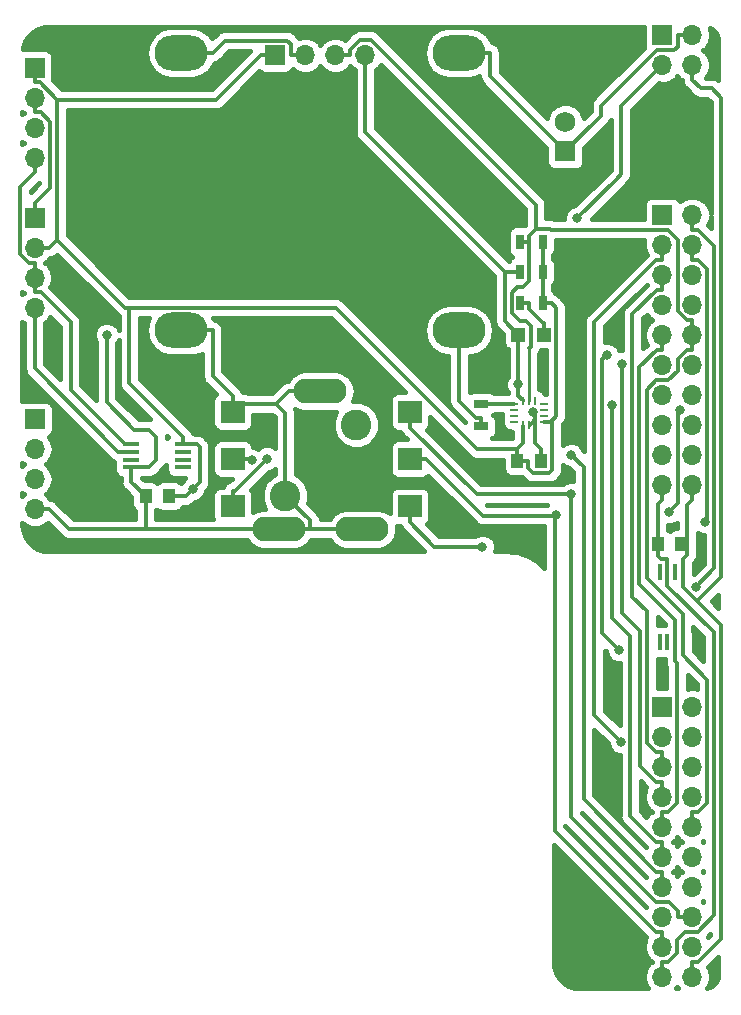
<source format=gbr>
G04 #@! TF.GenerationSoftware,KiCad,Pcbnew,(5.0.0)*
G04 #@! TF.CreationDate,2019-02-24T20:09:27-05:00*
G04 #@! TF.ProjectId,AVR_LCD 2.0,4156525F4C434420322E302E6B696361,rev?*
G04 #@! TF.SameCoordinates,Original*
G04 #@! TF.FileFunction,Copper,L1,Top,Signal*
G04 #@! TF.FilePolarity,Positive*
%FSLAX46Y46*%
G04 Gerber Fmt 4.6, Leading zero omitted, Abs format (unit mm)*
G04 Created by KiCad (PCBNEW (5.0.0)) date 02/24/19 20:09:27*
%MOMM*%
%LPD*%
G01*
G04 APERTURE LIST*
G04 #@! TA.AperFunction,ComponentPad*
%ADD10O,1.700000X1.700000*%
G04 #@! TD*
G04 #@! TA.AperFunction,ComponentPad*
%ADD11R,1.700000X1.700000*%
G04 #@! TD*
G04 #@! TA.AperFunction,SMDPad,CuDef*
%ADD12R,1.000000X1.250000*%
G04 #@! TD*
G04 #@! TA.AperFunction,SMDPad,CuDef*
%ADD13R,1.200000X1.200000*%
G04 #@! TD*
G04 #@! TA.AperFunction,ComponentPad*
%ADD14C,1.750000*%
G04 #@! TD*
G04 #@! TA.AperFunction,ComponentPad*
%ADD15R,1.750000X1.750000*%
G04 #@! TD*
G04 #@! TA.AperFunction,SMDPad,CuDef*
%ADD16R,1.300000X0.700000*%
G04 #@! TD*
G04 #@! TA.AperFunction,SMDPad,CuDef*
%ADD17R,0.700000X1.300000*%
G04 #@! TD*
G04 #@! TA.AperFunction,SMDPad,CuDef*
%ADD18R,0.675000X0.250000*%
G04 #@! TD*
G04 #@! TA.AperFunction,SMDPad,CuDef*
%ADD19R,0.250000X0.675000*%
G04 #@! TD*
G04 #@! TA.AperFunction,ComponentPad*
%ADD20O,4.500000X3.000000*%
G04 #@! TD*
G04 #@! TA.AperFunction,SMDPad,CuDef*
%ADD21R,0.450000X1.450000*%
G04 #@! TD*
G04 #@! TA.AperFunction,ComponentPad*
%ADD22C,2.600000*%
G04 #@! TD*
G04 #@! TA.AperFunction,ComponentPad*
%ADD23O,4.500000X2.100000*%
G04 #@! TD*
G04 #@! TA.AperFunction,SMDPad,CuDef*
%ADD24R,2.000000X1.900000*%
G04 #@! TD*
G04 #@! TA.AperFunction,SMDPad,CuDef*
%ADD25R,1.450000X0.450000*%
G04 #@! TD*
G04 #@! TA.AperFunction,ViaPad*
%ADD26C,0.800000*%
G04 #@! TD*
G04 #@! TA.AperFunction,Conductor*
%ADD27C,0.249800*%
G04 #@! TD*
G04 #@! TA.AperFunction,Conductor*
%ADD28C,0.380000*%
G04 #@! TD*
G04 #@! TA.AperFunction,NonConductor*
%ADD29C,0.400000*%
G04 #@! TD*
G04 APERTURE END LIST*
D10*
G04 #@! TO.P,BreakOut_EXT1,20*
G04 #@! TO.N,VCC*
X113840000Y-134810000D03*
G04 #@! TO.P,BreakOut_EXT1,19*
G04 #@! TO.N,GND*
X111300000Y-134810000D03*
G04 #@! TO.P,BreakOut_EXT1,18*
G04 #@! TO.N,PB7*
X113840000Y-132270000D03*
G04 #@! TO.P,BreakOut_EXT1,17*
G04 #@! TO.N,PB6*
X111300000Y-132270000D03*
G04 #@! TO.P,BreakOut_EXT1,16*
G04 #@! TO.N,PB5*
X113840000Y-129730000D03*
G04 #@! TO.P,BreakOut_EXT1,15*
G04 #@! TO.N,PB4*
X111300000Y-129730000D03*
G04 #@! TO.P,BreakOut_EXT1,14*
G04 #@! TO.N,Net-(BreakOut_EXT1-Pad14)*
X113840000Y-127190000D03*
G04 #@! TO.P,BreakOut_EXT1,13*
G04 #@! TO.N,PD0*
X111300000Y-127190000D03*
G04 #@! TO.P,BreakOut_EXT1,12*
G04 #@! TO.N,Net-(BreakOut_EXT1-Pad12)*
X113840000Y-124650000D03*
G04 #@! TO.P,BreakOut_EXT1,11*
G04 #@! TO.N,Net-(BreakOut_EXT1-Pad11)*
X111300000Y-124650000D03*
G04 #@! TO.P,BreakOut_EXT1,10*
G04 #@! TO.N,PC0*
X113840000Y-122110000D03*
G04 #@! TO.P,BreakOut_EXT1,9*
G04 #@! TO.N,PC1*
X111300000Y-122110000D03*
G04 #@! TO.P,BreakOut_EXT1,8*
G04 #@! TO.N,Net-(BreakOut_EXT1-Pad8)*
X113840000Y-119570000D03*
G04 #@! TO.P,BreakOut_EXT1,7*
G04 #@! TO.N,Net-(BreakOut_EXT1-Pad7)*
X111300000Y-119570000D03*
G04 #@! TO.P,BreakOut_EXT1,6*
G04 #@! TO.N,Net-(BreakOut_EXT1-Pad6)*
X113840000Y-117030000D03*
G04 #@! TO.P,BreakOut_EXT1,5*
G04 #@! TO.N,Net-(BreakOut_EXT1-Pad5)*
X111300000Y-117030000D03*
G04 #@! TO.P,BreakOut_EXT1,4*
G04 #@! TO.N,Net-(BreakOut_EXT1-Pad4)*
X113840000Y-114490000D03*
G04 #@! TO.P,BreakOut_EXT1,3*
G04 #@! TO.N,Net-(BreakOut_EXT1-Pad3)*
X111300000Y-114490000D03*
G04 #@! TO.P,BreakOut_EXT1,2*
G04 #@! TO.N,Net-(BreakOut_EXT1-Pad2)*
X113840000Y-111950000D03*
D11*
G04 #@! TO.P,BreakOut_EXT1,1*
G04 #@! TO.N,Net-(BreakOut_EXT1-Pad1)*
X111300000Y-111950000D03*
G04 #@! TD*
D12*
G04 #@! TO.P,C1,2*
G04 #@! TO.N,GND*
X101034000Y-91149500D03*
G04 #@! TO.P,C1,1*
G04 #@! TO.N,VCC*
X99034000Y-91149500D03*
G04 #@! TD*
G04 #@! TO.P,C2,1*
G04 #@! TO.N,VCC*
X69553200Y-94138000D03*
G04 #@! TO.P,C2,2*
G04 #@! TO.N,GND*
X67553200Y-94138000D03*
G04 #@! TD*
G04 #@! TO.P,C3,2*
G04 #@! TO.N,GND*
X110924000Y-98207000D03*
G04 #@! TO.P,C3,1*
G04 #@! TO.N,VCC*
X112924000Y-98207000D03*
G04 #@! TD*
D13*
G04 #@! TO.P,D1,1*
G04 #@! TO.N,PC1*
X99125000Y-80464000D03*
G04 #@! TO.P,D1,2*
G04 #@! TO.N,Net-(D1-Pad2)*
X101325000Y-80464000D03*
G04 #@! TD*
D10*
G04 #@! TO.P,J1,4*
G04 #@! TO.N,GND*
X58194800Y-95248800D03*
G04 #@! TO.P,J1,3*
G04 #@! TO.N,VCC*
X58194800Y-92708800D03*
G04 #@! TO.P,J1,2*
G04 #@! TO.N,5V*
X58194800Y-90168800D03*
D11*
G04 #@! TO.P,J1,1*
G04 #@! TO.N,5V_IN*
X58194800Y-87628800D03*
G04 #@! TD*
D10*
G04 #@! TO.P,J2,4*
G04 #@! TO.N,PC1*
X58160000Y-65480000D03*
G04 #@! TO.P,J2,3*
G04 #@! TO.N,PC0*
X58160000Y-62940000D03*
G04 #@! TO.P,J2,2*
G04 #@! TO.N,GND*
X58160000Y-60400000D03*
D11*
G04 #@! TO.P,J2,1*
G04 #@! TO.N,VCC*
X58160000Y-57860000D03*
G04 #@! TD*
D10*
G04 #@! TO.P,J3,4*
G04 #@! TO.N,VCC*
X113840000Y-57650000D03*
G04 #@! TO.P,J3,3*
G04 #@! TO.N,5V*
X111300000Y-57650000D03*
G04 #@! TO.P,J3,2*
G04 #@! TO.N,GND*
X113840000Y-55110000D03*
D11*
G04 #@! TO.P,J3,1*
G04 #@! TO.N,5V_IN*
X111300000Y-55110000D03*
G04 #@! TD*
G04 #@! TO.P,J4,1*
G04 #@! TO.N,GND*
X58160000Y-70560000D03*
D10*
G04 #@! TO.P,J4,2*
G04 #@! TO.N,VCC*
X58160000Y-73100000D03*
G04 #@! TO.P,J4,3*
G04 #@! TO.N,PC1*
X58160000Y-75640000D03*
G04 #@! TO.P,J4,4*
G04 #@! TO.N,PC0*
X58160000Y-78180000D03*
G04 #@! TD*
D14*
G04 #@! TO.P,J5,2*
G04 #@! TO.N,VCC*
X103090000Y-62450000D03*
D15*
G04 #@! TO.P,J5,1*
G04 #@! TO.N,GND*
X103090000Y-64950000D03*
G04 #@! TD*
D16*
G04 #@! TO.P,R1,1*
G04 #@! TO.N,Net-(R1-Pad1)*
X95970500Y-86323500D03*
G04 #@! TO.P,R1,2*
G04 #@! TO.N,GND*
X95970500Y-88223500D03*
G04 #@! TD*
D17*
G04 #@! TO.P,R2,2*
G04 #@! TO.N,PC0*
X99293000Y-72590000D03*
G04 #@! TO.P,R2,1*
G04 #@! TO.N,VCC*
X101193000Y-72590000D03*
G04 #@! TD*
G04 #@! TO.P,R3,1*
G04 #@! TO.N,VCC*
X101193000Y-75130000D03*
G04 #@! TO.P,R3,2*
G04 #@! TO.N,PC1*
X99293000Y-75130000D03*
G04 #@! TD*
G04 #@! TO.P,R4,2*
G04 #@! TO.N,Net-(D1-Pad2)*
X99293000Y-77797000D03*
G04 #@! TO.P,R4,1*
G04 #@! TO.N,VCC*
X101193000Y-77797000D03*
G04 #@! TD*
D18*
G04 #@! TO.P,U1,11*
G04 #@! TO.N,N/C*
X101304500Y-86323500D03*
G04 #@! TO.P,U1,10*
X101304500Y-86823500D03*
G04 #@! TO.P,U1,9*
X101304500Y-87323500D03*
G04 #@! TO.P,U1,8*
G04 #@! TO.N,VCC*
X101304500Y-87823500D03*
G04 #@! TO.P,U1,4*
G04 #@! TO.N,N/C*
X98779500Y-87823500D03*
G04 #@! TO.P,U1,3*
X98779500Y-87323500D03*
G04 #@! TO.P,U1,2*
X98779500Y-86823500D03*
G04 #@! TO.P,U1,1*
G04 #@! TO.N,Net-(R1-Pad1)*
X98779500Y-86323500D03*
D19*
G04 #@! TO.P,U1,7*
G04 #@! TO.N,GND*
X100542000Y-88086000D03*
G04 #@! TO.P,U1,6*
X100042000Y-88086000D03*
G04 #@! TO.P,U1,5*
G04 #@! TO.N,VCC*
X99542000Y-88086000D03*
G04 #@! TO.P,U1,12*
G04 #@! TO.N,N/C*
X100542000Y-86061000D03*
G04 #@! TO.P,U1,14*
G04 #@! TO.N,PC1*
X99542000Y-86061000D03*
G04 #@! TO.P,U1,13*
G04 #@! TO.N,PC0*
X100042000Y-86061000D03*
G04 #@! TD*
D10*
G04 #@! TO.P,U2,4*
G04 #@! TO.N,PC1*
X86160000Y-56800000D03*
G04 #@! TO.P,U2,3*
G04 #@! TO.N,PC0*
X83620000Y-56800000D03*
G04 #@! TO.P,U2,2*
G04 #@! TO.N,GND*
X81080000Y-56800000D03*
D11*
G04 #@! TO.P,U2,1*
G04 #@! TO.N,VCC*
X78540000Y-56800000D03*
D20*
G04 #@! TO.P,U2,5*
G04 #@! TO.N,GND*
X94090000Y-56600000D03*
X70590000Y-56600000D03*
X94090000Y-80100000D03*
X70590000Y-80100000D03*
G04 #@! TD*
D21*
G04 #@! TO.P,U4,8*
G04 #@! TO.N,PC0*
X113042000Y-106491000D03*
G04 #@! TO.P,U4,7*
G04 #@! TO.N,PC1*
X112392000Y-106491000D03*
G04 #@! TO.P,U4,6*
G04 #@! TO.N,N/C*
X111742000Y-106491000D03*
G04 #@! TO.P,U4,5*
X111092000Y-106491000D03*
G04 #@! TO.P,U4,4*
X111092000Y-100591000D03*
G04 #@! TO.P,U4,3*
G04 #@! TO.N,GND*
X111742000Y-100591000D03*
G04 #@! TO.P,U4,2*
G04 #@! TO.N,N/C*
X112392000Y-100591000D03*
G04 #@! TO.P,U4,1*
G04 #@! TO.N,VCC*
X113042000Y-100591000D03*
G04 #@! TD*
D22*
G04 #@! TO.P,U5,7*
G04 #@! TO.N,GND*
X85390000Y-88100000D03*
X79390000Y-94100000D03*
D23*
X82340000Y-85250000D03*
X85890000Y-96950000D03*
X78840000Y-96950000D03*
D24*
G04 #@! TO.P,U5,6*
G04 #@! TO.N,PB7*
X89940000Y-95000000D03*
G04 #@! TO.P,U5,5*
G04 #@! TO.N,PB6*
X89940000Y-91000000D03*
G04 #@! TO.P,U5,4*
G04 #@! TO.N,PB5*
X89940000Y-87000000D03*
G04 #@! TO.P,U5,2*
G04 #@! TO.N,PB4*
X74940000Y-91000000D03*
G04 #@! TO.P,U5,3*
G04 #@! TO.N,PD0*
X74940000Y-95000000D03*
G04 #@! TO.P,U5,1*
G04 #@! TO.N,GND*
X74940000Y-87000000D03*
G04 #@! TD*
D11*
G04 #@! TO.P,X-Plained_EXT1,1*
G04 #@! TO.N,Net-(BreakOut_EXT1-Pad1)*
X111300000Y-70340000D03*
D10*
G04 #@! TO.P,X-Plained_EXT1,2*
G04 #@! TO.N,Net-(BreakOut_EXT1-Pad2)*
X113840000Y-70340000D03*
G04 #@! TO.P,X-Plained_EXT1,3*
G04 #@! TO.N,Net-(BreakOut_EXT1-Pad3)*
X111300000Y-72880000D03*
G04 #@! TO.P,X-Plained_EXT1,4*
G04 #@! TO.N,Net-(BreakOut_EXT1-Pad4)*
X113840000Y-72880000D03*
G04 #@! TO.P,X-Plained_EXT1,5*
G04 #@! TO.N,Net-(BreakOut_EXT1-Pad5)*
X111300000Y-75420000D03*
G04 #@! TO.P,X-Plained_EXT1,6*
G04 #@! TO.N,Net-(BreakOut_EXT1-Pad6)*
X113840000Y-75420000D03*
G04 #@! TO.P,X-Plained_EXT1,7*
G04 #@! TO.N,Net-(BreakOut_EXT1-Pad7)*
X111300000Y-77960000D03*
G04 #@! TO.P,X-Plained_EXT1,8*
G04 #@! TO.N,Net-(BreakOut_EXT1-Pad8)*
X113840000Y-77960000D03*
G04 #@! TO.P,X-Plained_EXT1,9*
G04 #@! TO.N,PC1*
X111300000Y-80500000D03*
G04 #@! TO.P,X-Plained_EXT1,10*
G04 #@! TO.N,PC0*
X113840000Y-80500000D03*
G04 #@! TO.P,X-Plained_EXT1,11*
G04 #@! TO.N,Net-(BreakOut_EXT1-Pad11)*
X111300000Y-83040000D03*
G04 #@! TO.P,X-Plained_EXT1,12*
G04 #@! TO.N,Net-(BreakOut_EXT1-Pad12)*
X113840000Y-83040000D03*
G04 #@! TO.P,X-Plained_EXT1,13*
G04 #@! TO.N,PD0*
X111300000Y-85580000D03*
G04 #@! TO.P,X-Plained_EXT1,14*
G04 #@! TO.N,Net-(BreakOut_EXT1-Pad14)*
X113840000Y-85580000D03*
G04 #@! TO.P,X-Plained_EXT1,15*
G04 #@! TO.N,PB4*
X111300000Y-88120000D03*
G04 #@! TO.P,X-Plained_EXT1,16*
G04 #@! TO.N,PB5*
X113840000Y-88120000D03*
G04 #@! TO.P,X-Plained_EXT1,17*
G04 #@! TO.N,PB6*
X111300000Y-90660000D03*
G04 #@! TO.P,X-Plained_EXT1,18*
G04 #@! TO.N,PB7*
X113840000Y-90660000D03*
G04 #@! TO.P,X-Plained_EXT1,19*
G04 #@! TO.N,GND*
X111300000Y-93200000D03*
G04 #@! TO.P,X-Plained_EXT1,20*
G04 #@! TO.N,VCC*
X113840000Y-93200000D03*
G04 #@! TD*
D25*
G04 #@! TO.P,U3,8*
G04 #@! TO.N,VCC*
X70742200Y-89735000D03*
G04 #@! TO.P,U3,7*
G04 #@! TO.N,N/C*
X70742200Y-90385000D03*
G04 #@! TO.P,U3,6*
X70742200Y-91035000D03*
G04 #@! TO.P,U3,5*
X70742200Y-91685000D03*
G04 #@! TO.P,U3,4*
G04 #@! TO.N,GND*
X66342200Y-91685000D03*
G04 #@! TO.P,U3,3*
G04 #@! TO.N,N/C*
X66342200Y-91035000D03*
G04 #@! TO.P,U3,2*
G04 #@! TO.N,PC0*
X66342200Y-90385000D03*
G04 #@! TO.P,U3,1*
G04 #@! TO.N,PC1*
X66342200Y-89735000D03*
G04 #@! TD*
D26*
G04 #@! TO.N,VCC*
X71571200Y-93521600D03*
G04 #@! TO.N,GND*
X100317000Y-87048500D03*
X64256000Y-80466000D03*
G04 #@! TO.N,PB7*
X96074900Y-98407200D03*
G04 #@! TO.N,PB6*
X102277700Y-95702800D03*
G04 #@! TO.N,PB5*
X103606600Y-93974900D03*
G04 #@! TO.N,PB4*
X76549800Y-91103000D03*
G04 #@! TO.N,Net-(BreakOut_EXT1-Pad14)*
X111891000Y-95447500D03*
X112834000Y-86850000D03*
G04 #@! TO.N,PD0*
X77838100Y-90951400D03*
X103599900Y-90668700D03*
G04 #@! TO.N,Net-(BreakOut_EXT1-Pad11)*
X107002500Y-86443200D03*
G04 #@! TO.N,PC1*
X99115100Y-84679700D03*
G04 #@! TO.N,Net-(BreakOut_EXT1-Pad7)*
X107868500Y-82903400D03*
G04 #@! TO.N,Net-(BreakOut_EXT1-Pad4)*
X114886600Y-96281600D03*
G04 #@! TO.N,Net-(BreakOut_EXT1-Pad3)*
X107788400Y-114909000D03*
G04 #@! TO.N,Net-(BreakOut_EXT1-Pad2)*
X114129900Y-101813900D03*
G04 #@! TO.N,Net-(BreakOut_EXT1-Pad1)*
X107628700Y-107119400D03*
X106606600Y-82150500D03*
G04 #@! TO.N,5V*
X104097500Y-70623700D03*
G04 #@! TD*
D27*
G04 #@! TO.N,VCC*
X101319900Y-87838900D02*
X101304500Y-87823500D01*
D28*
X101861800Y-87838900D02*
X101319900Y-87838900D01*
X101933300Y-77797000D02*
X102343900Y-78207600D01*
X102343900Y-78207600D02*
X102343900Y-87356800D01*
X102343900Y-87356800D02*
X101861800Y-87838900D01*
X101861800Y-87838900D02*
X101981500Y-87958600D01*
X101981500Y-87958600D02*
X101981500Y-91921500D01*
X101981500Y-91921500D02*
X101738100Y-92164900D01*
X101738100Y-92164900D02*
X100355500Y-92164900D01*
X100355500Y-92164900D02*
X99924300Y-91733700D01*
X99924300Y-91733700D02*
X99924300Y-91149500D01*
X78540000Y-56800000D02*
X77299700Y-56800000D01*
X60080700Y-60555900D02*
X58625100Y-59100300D01*
X58625100Y-59100300D02*
X58160000Y-59100300D01*
X60080700Y-72419600D02*
X60080700Y-60555900D01*
X77299700Y-56800000D02*
X73543800Y-60555900D01*
X73543800Y-60555900D02*
X60080700Y-60555900D01*
X59255200Y-73100000D02*
X59400300Y-73100000D01*
X59400300Y-73100000D02*
X60080700Y-72419600D01*
X60080700Y-72419600D02*
X65823700Y-78162600D01*
X65823700Y-78162600D02*
X66171400Y-78162600D01*
X58160000Y-57860000D02*
X58160000Y-59100300D01*
X58160000Y-73100000D02*
X59255200Y-73100000D01*
X66171400Y-78162600D02*
X83640900Y-78162600D01*
X83640900Y-78162600D02*
X95612500Y-90134200D01*
X95612500Y-90134200D02*
X99034000Y-90134200D01*
X101193000Y-77797000D02*
X101933300Y-77797000D01*
X113840000Y-93200000D02*
X113840000Y-94440300D01*
X113417900Y-98207000D02*
X113417900Y-94862400D01*
X113417900Y-94862400D02*
X113840000Y-94440300D01*
X113042000Y-99475700D02*
X113417900Y-99099800D01*
X113417900Y-99099800D02*
X113417900Y-98207000D01*
X113042000Y-100591000D02*
X113042000Y-99475700D01*
X113042000Y-101077300D02*
X113042000Y-100591000D01*
X112924000Y-98207000D02*
X113417900Y-98207000D01*
X99034000Y-91149500D02*
X99034000Y-90134200D01*
X99034000Y-91149500D02*
X99924300Y-91149500D01*
X99507400Y-88168600D02*
X99507400Y-89660800D01*
X99507400Y-89660800D02*
X99034000Y-90134200D01*
D27*
X99507400Y-88168600D02*
X99542000Y-88134000D01*
X99542000Y-88134000D02*
X99542000Y-88086000D01*
D28*
X101193000Y-75130000D02*
X101193000Y-77797000D01*
X113042000Y-101706300D02*
X113042000Y-101843600D01*
X113042000Y-101843600D02*
X114225600Y-103027200D01*
X114225600Y-103027200D02*
X114241800Y-103027200D01*
X113042000Y-101077300D02*
X113042000Y-101706300D01*
X114241800Y-103027200D02*
X116269700Y-105055100D01*
X116269700Y-105055100D02*
X116269700Y-131654000D01*
X116269700Y-131654000D02*
X114354000Y-133569700D01*
X114354000Y-133569700D02*
X113840000Y-133569700D01*
X113840000Y-134810000D02*
X113840000Y-133569700D01*
X101193000Y-72590000D02*
X101193000Y-75130000D01*
X66171400Y-84559200D02*
X66171400Y-83869600D01*
X70742200Y-89130000D02*
X66171400Y-84559200D01*
X70742200Y-89735000D02*
X70742200Y-89130000D01*
X66171400Y-78162600D02*
X66171400Y-83869600D01*
X66171400Y-83869600D02*
X66171400Y-84147000D01*
X70954800Y-94138000D02*
X69553200Y-94138000D01*
X72130000Y-92962800D02*
X71571200Y-93521600D01*
X72130000Y-89965600D02*
X72130000Y-92962800D01*
X70742200Y-89735000D02*
X71899400Y-89735000D01*
X71899400Y-89735000D02*
X72130000Y-89965600D01*
X71571200Y-93521600D02*
X70954800Y-94138000D01*
X116296800Y-100972200D02*
X114241800Y-103027200D01*
X116296800Y-60421600D02*
X116296800Y-100972200D01*
X115473500Y-59598300D02*
X116296800Y-60421600D01*
X114548000Y-59598300D02*
X115473500Y-59598300D01*
X113840000Y-57650000D02*
X113840000Y-58890300D01*
X113840000Y-58890300D02*
X114548000Y-59598300D01*
G04 #@! TO.N,GND*
X58160000Y-60400000D02*
X58160000Y-61640300D01*
X58160000Y-70560000D02*
X58160000Y-69319700D01*
X58160000Y-69319700D02*
X59459600Y-68020100D01*
X59459600Y-68020100D02*
X59459600Y-62425900D01*
X59459600Y-62425900D02*
X58674000Y-61640300D01*
X58674000Y-61640300D02*
X58160000Y-61640300D01*
X94090000Y-56600000D02*
X96730300Y-56600000D01*
X96730300Y-56600000D02*
X96730300Y-58590300D01*
X96730300Y-58590300D02*
X103090000Y-64950000D01*
X78619900Y-86329800D02*
X79390000Y-87099900D01*
X79390000Y-87099900D02*
X79390000Y-94100000D01*
X78619900Y-86329800D02*
X79699700Y-85250000D01*
X74940000Y-86329800D02*
X78619900Y-86329800D01*
X82340000Y-85250000D02*
X79699700Y-85250000D01*
X74940000Y-86329800D02*
X74940000Y-85659700D01*
X74940000Y-87000000D02*
X74940000Y-86329800D01*
X81480300Y-96950000D02*
X81480300Y-96190300D01*
X81480300Y-96190300D02*
X79390000Y-94100000D01*
X95970500Y-88223500D02*
X95970500Y-87483200D01*
X94090000Y-80100000D02*
X94090000Y-86065400D01*
X94090000Y-86065400D02*
X95507800Y-87483200D01*
X95507800Y-87483200D02*
X95970500Y-87483200D01*
D27*
X100405900Y-87722100D02*
X100042000Y-88086000D01*
D28*
X100542000Y-87722100D02*
X100542000Y-87358200D01*
X100542000Y-88086000D02*
X100542000Y-87722100D01*
X100542000Y-87722100D02*
X100405900Y-87722100D01*
X100317000Y-87048500D02*
X100317000Y-87133200D01*
X100317000Y-87133200D02*
X100542000Y-87358200D01*
X85890000Y-96950000D02*
X81480300Y-96950000D01*
X78840000Y-96950000D02*
X81480300Y-96950000D01*
X111300000Y-134810000D02*
X111300000Y-133569700D01*
X111742000Y-100591000D02*
X111742000Y-101706300D01*
X111742000Y-101706300D02*
X115689300Y-105653600D01*
X115689300Y-105653600D02*
X115689300Y-129637100D01*
X115689300Y-129637100D02*
X114296800Y-131029600D01*
X114296800Y-131029600D02*
X113249800Y-131029600D01*
X113249800Y-131029600D02*
X112570000Y-131709400D01*
X112570000Y-131709400D02*
X112570000Y-132813700D01*
X112570000Y-132813700D02*
X111814000Y-133569700D01*
X111814000Y-133569700D02*
X111300000Y-133569700D01*
X111742000Y-100033300D02*
X111742000Y-100591000D01*
X111742000Y-100033300D02*
X111742000Y-99475700D01*
X101034000Y-91149500D02*
X101034000Y-90134200D01*
X101034000Y-90134200D02*
X100542000Y-89642200D01*
X100542000Y-89642200D02*
X100542000Y-88086000D01*
X70590000Y-80100000D02*
X73230300Y-80100000D01*
X73230300Y-80100000D02*
X73230300Y-83950000D01*
X73230300Y-83950000D02*
X74940000Y-85659700D01*
X81080000Y-56800000D02*
X79839700Y-56800000D01*
X70590000Y-56600000D02*
X73230300Y-56600000D01*
X73230300Y-56600000D02*
X74270700Y-55559600D01*
X74270700Y-55559600D02*
X79567200Y-55559600D01*
X79567200Y-55559600D02*
X79839700Y-55832100D01*
X79839700Y-55832100D02*
X79839700Y-56800000D01*
X110924000Y-98207000D02*
X110924000Y-97191700D01*
X111300000Y-94440300D02*
X110924000Y-94816300D01*
X110924000Y-94816300D02*
X110924000Y-97191700D01*
X110924000Y-98207000D02*
X110924000Y-99222300D01*
X111742000Y-99475700D02*
X111177400Y-99475700D01*
X111177400Y-99475700D02*
X110924000Y-99222300D01*
X111300000Y-93200000D02*
X111300000Y-94440300D01*
X76210000Y-96950000D02*
X78840000Y-96950000D01*
X59396881Y-95248800D02*
X61098081Y-96950000D01*
X67558000Y-95147800D02*
X67558000Y-96950000D01*
X67553200Y-95143000D02*
X67558000Y-95147800D01*
X67553200Y-94138000D02*
X67553200Y-95143000D01*
X61098081Y-96950000D02*
X67558000Y-96950000D01*
X67558000Y-96950000D02*
X76210000Y-96950000D01*
X58194800Y-95248800D02*
X59396881Y-95248800D01*
X66342200Y-92927000D02*
X67553200Y-94138000D01*
X66342200Y-91685000D02*
X66342200Y-92927000D01*
X64256000Y-86155600D02*
X66592800Y-88492400D01*
X67870600Y-91685000D02*
X66342200Y-91685000D01*
X64256000Y-80466000D02*
X64256000Y-86155600D01*
X66592800Y-88492400D02*
X67862800Y-88492400D01*
X67862800Y-88492400D02*
X68472400Y-89102000D01*
X68472400Y-89102000D02*
X68472400Y-91083200D01*
X68472400Y-91083200D02*
X67870600Y-91685000D01*
X112599700Y-56077900D02*
X112599700Y-55110000D01*
X112599700Y-55110000D02*
X113840000Y-55110000D01*
X103090000Y-64950000D02*
X105658000Y-62382000D01*
X110835800Y-56350400D02*
X112327200Y-56350400D01*
X112327200Y-56350400D02*
X112599700Y-56077900D01*
X106125800Y-61914200D02*
X105658000Y-62382000D01*
X106125800Y-61060400D02*
X106125800Y-61914200D01*
X106125800Y-61060400D02*
X110835800Y-56350400D01*
G04 #@! TO.N,PB7*
X89940000Y-95000000D02*
X89940000Y-96340300D01*
X96074900Y-98407200D02*
X92006900Y-98407200D01*
X92006900Y-98407200D02*
X89940000Y-96340300D01*
G04 #@! TO.N,PB6*
X102189400Y-95791100D02*
X102189400Y-122450900D01*
X102189400Y-122450900D02*
X110768200Y-131029700D01*
X110768200Y-131029700D02*
X111300000Y-131029700D01*
X102277700Y-95702800D02*
X102189400Y-95791100D01*
X91330300Y-91000000D02*
X96121400Y-95791100D01*
X96121400Y-95791100D02*
X102189400Y-95791100D01*
X111300000Y-132270000D02*
X111300000Y-131029700D01*
X89940000Y-91000000D02*
X91330300Y-91000000D01*
G04 #@! TO.N,PB5*
X103606600Y-93974900D02*
X103606600Y-121322000D01*
X103606600Y-121322000D02*
X110744600Y-128460000D01*
X110744600Y-128460000D02*
X111843700Y-128460000D01*
X111843700Y-128460000D02*
X112599700Y-129216000D01*
X112599700Y-129216000D02*
X112599700Y-129730000D01*
X113840000Y-129730000D02*
X112599700Y-129730000D01*
X103606600Y-93974900D02*
X95574600Y-93974900D01*
X95574600Y-93974900D02*
X89940000Y-88340300D01*
X89940000Y-87000000D02*
X89940000Y-88340300D01*
G04 #@! TO.N,PB4*
X74940000Y-91000000D02*
X76330300Y-91000000D01*
X76549800Y-91103000D02*
X76433300Y-91103000D01*
X76433300Y-91103000D02*
X76330300Y-91000000D01*
G04 #@! TO.N,Net-(BreakOut_EXT1-Pad14)*
X112834000Y-86850000D02*
X112599600Y-87084400D01*
X112599600Y-87084400D02*
X112599600Y-94738900D01*
X112599600Y-94738900D02*
X111891000Y-95447500D01*
G04 #@! TO.N,PD0*
X74940000Y-95000000D02*
X74940000Y-93659700D01*
X77838100Y-90951400D02*
X75129800Y-93659700D01*
X75129800Y-93659700D02*
X74940000Y-93659700D01*
X111300000Y-127190000D02*
X111300000Y-125949700D01*
X103599900Y-90668700D02*
X104637800Y-91706600D01*
X104637800Y-91706600D02*
X104637800Y-119801500D01*
X104637800Y-119801500D02*
X110786000Y-125949700D01*
X110786000Y-125949700D02*
X111300000Y-125949700D01*
G04 #@! TO.N,Net-(BreakOut_EXT1-Pad11)*
X111300000Y-124650000D02*
X111300000Y-123409700D01*
X107002500Y-86443200D02*
X107002500Y-104424300D01*
X107002500Y-104424300D02*
X108578700Y-106000500D01*
X108578700Y-106000500D02*
X108578700Y-121202400D01*
X108578700Y-121202400D02*
X110786000Y-123409700D01*
X110786000Y-123409700D02*
X111300000Y-123409700D01*
G04 #@! TO.N,PC0*
X100598600Y-71511700D02*
X100033300Y-72077000D01*
X100033300Y-72077000D02*
X100033300Y-72590000D01*
X113840000Y-79259700D02*
X113374800Y-79259700D01*
X113374800Y-79259700D02*
X112599700Y-78484600D01*
X112599700Y-78484600D02*
X112599700Y-72408400D01*
X112599700Y-72408400D02*
X111771700Y-71580400D01*
X111771700Y-71580400D02*
X101873600Y-71580400D01*
X101873600Y-71580400D02*
X101804900Y-71511700D01*
X101804900Y-71511700D02*
X100598600Y-71511700D01*
X84860300Y-56800000D02*
X84860300Y-56334900D01*
X84860300Y-56334900D02*
X85679000Y-55516200D01*
X85679000Y-55516200D02*
X86638800Y-55516200D01*
X86638800Y-55516200D02*
X100598600Y-69476000D01*
X100598600Y-69476000D02*
X100598600Y-71511700D01*
X83620000Y-56800000D02*
X84860300Y-56800000D01*
X113840000Y-80500000D02*
X113840000Y-79259700D01*
X113840000Y-80500000D02*
X113840000Y-81740300D01*
X113840000Y-81740300D02*
X113374800Y-81740300D01*
X113374800Y-81740300D02*
X112599700Y-82515400D01*
X112599700Y-82515400D02*
X112599700Y-83522500D01*
X112599700Y-83522500D02*
X111812200Y-84310000D01*
X111812200Y-84310000D02*
X110811700Y-84310000D01*
X110811700Y-84310000D02*
X109985100Y-85136600D01*
X109985100Y-85136600D02*
X109985100Y-101041300D01*
X109985100Y-101041300D02*
X113042000Y-104098200D01*
X113042000Y-104098200D02*
X113042000Y-106491000D01*
D27*
X100042000Y-81623300D02*
X100042000Y-86061000D01*
D28*
X100033300Y-72590000D02*
X100033300Y-75941700D01*
X100033300Y-75941700D02*
X99511500Y-76463500D01*
X99511500Y-76463500D02*
X99032000Y-76463500D01*
X99032000Y-76463500D02*
X98552700Y-76942800D01*
X98552700Y-76942800D02*
X98552700Y-78608700D01*
X98552700Y-78608700D02*
X99227300Y-79283300D01*
X99227300Y-79283300D02*
X99726200Y-79283300D01*
X99726200Y-79283300D02*
X100169600Y-79726700D01*
X100169600Y-79726700D02*
X100169600Y-81495700D01*
X100169600Y-81495700D02*
X100042000Y-81623300D01*
X99293000Y-72590000D02*
X100033300Y-72590000D01*
X113042000Y-106491000D02*
X113042000Y-107606300D01*
X113042000Y-107606300D02*
X115108900Y-109673200D01*
X115108900Y-109673200D02*
X115108900Y-120114800D01*
X115108900Y-120114800D02*
X114354000Y-120869700D01*
X114354000Y-120869700D02*
X113840000Y-120869700D01*
X113840000Y-122110000D02*
X113840000Y-120869700D01*
X65237200Y-90385000D02*
X66342200Y-90385000D01*
X58160000Y-83307800D02*
X65237200Y-90385000D01*
X58160000Y-78180000D02*
X58160000Y-83307800D01*
G04 #@! TO.N,PC1*
X111300000Y-80500000D02*
X111300000Y-81740300D01*
X111300000Y-81740300D02*
X110834900Y-81740300D01*
X110834900Y-81740300D02*
X109356200Y-83219000D01*
X109356200Y-83219000D02*
X109356200Y-101574500D01*
X109356200Y-101574500D02*
X112392000Y-104610300D01*
X112392000Y-104610300D02*
X112392000Y-106491000D01*
X97952000Y-75130000D02*
X98552700Y-75130000D01*
X86160000Y-56800000D02*
X86160000Y-63338000D01*
X86160000Y-63338000D02*
X97952000Y-75130000D01*
X97952000Y-75130000D02*
X97952000Y-79291000D01*
X97952000Y-79291000D02*
X99125000Y-80464000D01*
X99125000Y-80464000D02*
X99125000Y-81454300D01*
X99115100Y-84679700D02*
X99115100Y-81464200D01*
X99115100Y-81464200D02*
X99125000Y-81454300D01*
X99507400Y-86026400D02*
X99115100Y-85634100D01*
X99115100Y-85634100D02*
X99115100Y-84679700D01*
X99293000Y-75130000D02*
X98552700Y-75130000D01*
D27*
X99507400Y-86026400D02*
X99542000Y-86061000D01*
D28*
X111300000Y-120869700D02*
X111765200Y-120869700D01*
X111765200Y-120869700D02*
X112540300Y-120094600D01*
X112540300Y-120094600D02*
X112540300Y-108239300D01*
X112540300Y-108239300D02*
X112392000Y-108091000D01*
X112392000Y-108091000D02*
X112392000Y-106491000D01*
X58160000Y-75640000D02*
X58160000Y-74399700D01*
X58160000Y-65480000D02*
X58160000Y-66720300D01*
X58160000Y-66720300D02*
X56913100Y-67967200D01*
X56913100Y-67967200D02*
X56913100Y-73666800D01*
X56913100Y-73666800D02*
X57646000Y-74399700D01*
X57646000Y-74399700D02*
X58160000Y-74399700D01*
X111300000Y-122110000D02*
X111300000Y-120869700D01*
X65842200Y-89735000D02*
X66342200Y-89735000D01*
X61213700Y-85106500D02*
X65842200Y-89735000D01*
X61213700Y-79420000D02*
X61213700Y-85106500D01*
X58674000Y-76880300D02*
X61213700Y-79420000D01*
X58160000Y-76880300D02*
X58674000Y-76880300D01*
X58160000Y-75640000D02*
X58160000Y-76880300D01*
G04 #@! TO.N,Net-(BreakOut_EXT1-Pad7)*
X111300000Y-119570000D02*
X111300000Y-118329700D01*
X107868500Y-82903400D02*
X107868500Y-104027400D01*
X107868500Y-104027400D02*
X109404100Y-105563000D01*
X109404100Y-105563000D02*
X109404100Y-116947800D01*
X109404100Y-116947800D02*
X110786000Y-118329700D01*
X110786000Y-118329700D02*
X111300000Y-118329700D01*
G04 #@! TO.N,Net-(BreakOut_EXT1-Pad5)*
X111300000Y-117030000D02*
X111300000Y-115789700D01*
X111300000Y-75420000D02*
X111300000Y-76660300D01*
X111300000Y-76660300D02*
X110834900Y-76660300D01*
X110834900Y-76660300D02*
X108775800Y-78719400D01*
X108775800Y-78719400D02*
X108775800Y-102674100D01*
X108775800Y-102674100D02*
X110000400Y-103898700D01*
X110000400Y-103898700D02*
X110000400Y-115004100D01*
X110000400Y-115004100D02*
X110786000Y-115789700D01*
X110786000Y-115789700D02*
X111300000Y-115789700D01*
G04 #@! TO.N,Net-(BreakOut_EXT1-Pad4)*
X113840000Y-74120300D02*
X114305100Y-74120300D01*
X114305100Y-74120300D02*
X115110000Y-74925200D01*
X115110000Y-74925200D02*
X115110000Y-96058200D01*
X115110000Y-96058200D02*
X114886600Y-96281600D01*
X113840000Y-72880000D02*
X113840000Y-74120300D01*
G04 #@! TO.N,Net-(BreakOut_EXT1-Pad3)*
X111300000Y-74120300D02*
X110811000Y-74120300D01*
X110811000Y-74120300D02*
X105554700Y-79376600D01*
X105554700Y-79376600D02*
X105554700Y-112675300D01*
X105554700Y-112675300D02*
X107788400Y-114909000D01*
X111300000Y-72880000D02*
X111300000Y-74120300D01*
G04 #@! TO.N,Net-(BreakOut_EXT1-Pad2)*
X114129900Y-101813900D02*
X115690400Y-100253400D01*
X115690400Y-100253400D02*
X115690400Y-72965600D01*
X115690400Y-72965600D02*
X114305100Y-71580300D01*
X114305100Y-71580300D02*
X113840000Y-71580300D01*
X113840000Y-70340000D02*
X113840000Y-71580300D01*
G04 #@! TO.N,Net-(BreakOut_EXT1-Pad1)*
X106606600Y-82150500D02*
X106194000Y-82563100D01*
X106194000Y-82563100D02*
X106194000Y-105684700D01*
X106194000Y-105684700D02*
X107628700Y-107119400D01*
G04 #@! TO.N,Net-(D1-Pad2)*
X101325000Y-80464000D02*
X101325000Y-79473700D01*
X99293000Y-77797000D02*
X100033300Y-77797000D01*
X100033300Y-77797000D02*
X100033300Y-78270800D01*
X100033300Y-78270800D02*
X101236200Y-79473700D01*
X101236200Y-79473700D02*
X101325000Y-79473700D01*
G04 #@! TO.N,5V*
X107436000Y-67285200D02*
X104097500Y-70623700D01*
X107842400Y-66878800D02*
X107436000Y-67285200D01*
X107842400Y-61107600D02*
X107842400Y-66878800D01*
X111300000Y-57650000D02*
X107842400Y-61107600D01*
G04 #@! TO.N,Net-(R1-Pad1)*
X95970500Y-86323500D02*
X97010800Y-86323500D01*
D27*
X98764100Y-86308100D02*
X98779500Y-86323500D01*
D28*
X97010800Y-86323500D02*
X97026200Y-86308100D01*
X97026200Y-86308100D02*
X98764100Y-86308100D01*
G04 #@! TD*
D29*
G36*
X109951854Y-131483317D02*
X109832396Y-131662099D01*
X109711477Y-132270000D01*
X109832396Y-132877901D01*
X110176745Y-133393255D01*
X110391025Y-133536433D01*
X110389389Y-133544661D01*
X110176745Y-133686745D01*
X109832396Y-134202099D01*
X109711477Y-134810000D01*
X109832396Y-135417901D01*
X110099066Y-135817000D01*
X104385489Y-135817000D01*
X103831202Y-135752377D01*
X103349693Y-135577597D01*
X102921307Y-135296735D01*
X102569027Y-134924860D01*
X102311740Y-134481909D01*
X102160151Y-133981400D01*
X102123000Y-133565131D01*
X102123000Y-123654463D01*
X109951854Y-131483317D01*
X109951854Y-131483317D01*
G37*
X109951854Y-131483317D02*
X109832396Y-131662099D01*
X109711477Y-132270000D01*
X109832396Y-132877901D01*
X110176745Y-133393255D01*
X110391025Y-133536433D01*
X110389389Y-133544661D01*
X110176745Y-133686745D01*
X109832396Y-134202099D01*
X109711477Y-134810000D01*
X109832396Y-135417901D01*
X110099066Y-135817000D01*
X104385489Y-135817000D01*
X103831202Y-135752377D01*
X103349693Y-135577597D01*
X102921307Y-135296735D01*
X102569027Y-134924860D01*
X102311740Y-134481909D01*
X102160151Y-133981400D01*
X102123000Y-133565131D01*
X102123000Y-123654463D01*
X109951854Y-131483317D01*
G36*
X112639066Y-135817000D02*
X112500934Y-135817000D01*
X112570000Y-135713636D01*
X112639066Y-135817000D01*
X112639066Y-135817000D01*
G37*
X112639066Y-135817000D02*
X112500934Y-135817000D01*
X112570000Y-135713636D01*
X112639066Y-135817000D01*
G36*
X116057000Y-134544217D02*
X116000416Y-134939330D01*
X115858535Y-135251379D01*
X115634773Y-135511068D01*
X115347122Y-135697513D01*
X115064246Y-135782111D01*
X115307604Y-135417901D01*
X115428523Y-134810000D01*
X115307604Y-134202099D01*
X115181016Y-134012647D01*
X116057000Y-133136664D01*
X116057000Y-134544217D01*
X116057000Y-134544217D01*
G37*
X116057000Y-134544217D02*
X116000416Y-134939330D01*
X115858535Y-135251379D01*
X115634773Y-135511068D01*
X115347122Y-135697513D01*
X115064246Y-135782111D01*
X115307604Y-135417901D01*
X115428523Y-134810000D01*
X115307604Y-134202099D01*
X115181016Y-134012647D01*
X116057000Y-133136664D01*
X116057000Y-134544217D01*
G36*
X115371701Y-131282035D02*
X115181045Y-131472691D01*
X115158065Y-131438298D01*
X115371701Y-131224662D01*
X115371701Y-131282035D01*
X115371701Y-131282035D01*
G37*
X115371701Y-131282035D02*
X115181045Y-131472691D01*
X115158065Y-131438298D01*
X115371701Y-131224662D01*
X115371701Y-131282035D01*
G36*
X109954298Y-128939661D02*
X109951825Y-128943362D01*
X103087400Y-122078937D01*
X103087400Y-122072763D01*
X109954298Y-128939661D01*
X109954298Y-128939661D01*
G37*
X109954298Y-128939661D02*
X109951825Y-128943362D01*
X103087400Y-122078937D01*
X103087400Y-122072763D01*
X109954298Y-128939661D01*
G36*
X114791301Y-128491849D02*
X114743636Y-128460000D01*
X114791301Y-128428151D01*
X114791301Y-128491849D01*
X114791301Y-128491849D01*
G37*
X114791301Y-128491849D02*
X114743636Y-128460000D01*
X114791301Y-128428151D01*
X114791301Y-128491849D01*
G36*
X109958984Y-126392648D02*
X109954268Y-126399705D01*
X104504600Y-120950037D01*
X104504600Y-120938263D01*
X109958984Y-126392648D01*
X109958984Y-126392648D01*
G37*
X109958984Y-126392648D02*
X109954268Y-126399705D01*
X104504600Y-120950037D01*
X104504600Y-120938263D01*
X109958984Y-126392648D01*
G36*
X112716745Y-125773255D02*
X112936364Y-125920000D01*
X112716745Y-126066745D01*
X112570000Y-126286364D01*
X112423255Y-126066745D01*
X112210611Y-125924661D01*
X112208975Y-125916433D01*
X112423255Y-125773255D01*
X112570000Y-125553636D01*
X112716745Y-125773255D01*
X112716745Y-125773255D01*
G37*
X112716745Y-125773255D02*
X112936364Y-125920000D01*
X112716745Y-126066745D01*
X112570000Y-126286364D01*
X112423255Y-126066745D01*
X112210611Y-125924661D01*
X112208975Y-125916433D01*
X112423255Y-125773255D01*
X112570000Y-125553636D01*
X112716745Y-125773255D01*
G36*
X114791301Y-125951849D02*
X114743636Y-125920000D01*
X114791301Y-125888151D01*
X114791301Y-125951849D01*
X114791301Y-125951849D01*
G37*
X114791301Y-125951849D02*
X114743636Y-125920000D01*
X114791301Y-125888151D01*
X114791301Y-125951849D01*
G36*
X108006255Y-121899918D02*
X109958984Y-123852648D01*
X109958955Y-123852691D01*
X108006033Y-121899770D01*
X108006255Y-121899918D01*
X108006255Y-121899918D01*
G37*
X108006255Y-121899918D02*
X109958984Y-123852648D01*
X109958955Y-123852691D01*
X108006033Y-121899770D01*
X108006255Y-121899918D01*
G36*
X112716745Y-123233255D02*
X112936364Y-123380000D01*
X112716745Y-123526745D01*
X112570000Y-123746364D01*
X112423255Y-123526745D01*
X112210611Y-123384661D01*
X112208975Y-123376433D01*
X112423255Y-123233255D01*
X112570000Y-123013636D01*
X112716745Y-123233255D01*
X112716745Y-123233255D01*
G37*
X112716745Y-123233255D02*
X112936364Y-123380000D01*
X112716745Y-123526745D01*
X112570000Y-123746364D01*
X112423255Y-123526745D01*
X112210611Y-123384661D01*
X112208975Y-123376433D01*
X112423255Y-123233255D01*
X112570000Y-123013636D01*
X112716745Y-123233255D01*
G36*
X114791301Y-123411849D02*
X114743636Y-123380000D01*
X114791301Y-123348151D01*
X114791301Y-123411849D01*
X114791301Y-123411849D01*
G37*
X114791301Y-123411849D02*
X114743636Y-123380000D01*
X114791301Y-123348151D01*
X114791301Y-123411849D01*
G36*
X106680400Y-115070964D02*
X106680400Y-115129395D01*
X106849083Y-115536632D01*
X107160768Y-115848317D01*
X107568005Y-116017000D01*
X107680701Y-116017000D01*
X107680701Y-121113959D01*
X107663109Y-121202400D01*
X107732804Y-121552782D01*
X107881181Y-121774844D01*
X107881183Y-121774846D01*
X107881331Y-121775068D01*
X105535800Y-119429537D01*
X105535800Y-113926363D01*
X106680400Y-115070964D01*
X106680400Y-115070964D01*
G37*
X106680400Y-115070964D02*
X106680400Y-115129395D01*
X106849083Y-115536632D01*
X107160768Y-115848317D01*
X107568005Y-116017000D01*
X107680701Y-116017000D01*
X107680701Y-121113959D01*
X107663109Y-121202400D01*
X107732804Y-121552782D01*
X107881181Y-121774844D01*
X107881183Y-121774846D01*
X107881331Y-121775068D01*
X105535800Y-119429537D01*
X105535800Y-113926363D01*
X106680400Y-115070964D01*
G36*
X109958984Y-118772647D02*
X109832396Y-118962099D01*
X109711477Y-119570000D01*
X109832396Y-120177901D01*
X110176745Y-120693255D01*
X110391025Y-120836433D01*
X110389389Y-120844661D01*
X110176745Y-120986745D01*
X109958954Y-121312691D01*
X109476700Y-120830437D01*
X109476700Y-118290364D01*
X109958984Y-118772647D01*
X109958984Y-118772647D01*
G37*
X109958984Y-118772647D02*
X109832396Y-118962099D01*
X109711477Y-119570000D01*
X109832396Y-120177901D01*
X110176745Y-120693255D01*
X110391025Y-120836433D01*
X110389389Y-120844661D01*
X110176745Y-120986745D01*
X109958954Y-121312691D01*
X109476700Y-120830437D01*
X109476700Y-118290364D01*
X109958984Y-118772647D01*
G36*
X106520700Y-107281363D02*
X106520700Y-107339795D01*
X106689383Y-107747032D01*
X107001068Y-108058717D01*
X107408305Y-108227400D01*
X107680700Y-108227400D01*
X107680700Y-113531337D01*
X106452700Y-112303337D01*
X106452700Y-107213363D01*
X106520700Y-107281363D01*
X106520700Y-107281363D01*
G37*
X106520700Y-107281363D02*
X106520700Y-107339795D01*
X106689383Y-107747032D01*
X107001068Y-108058717D01*
X107408305Y-108227400D01*
X107680700Y-108227400D01*
X107680700Y-113531337D01*
X106452700Y-112303337D01*
X106452700Y-107213363D01*
X106520700Y-107281363D01*
G36*
X114210900Y-110045164D02*
X114210900Y-110435254D01*
X113993450Y-110392000D01*
X113686550Y-110392000D01*
X113438300Y-110441380D01*
X113438300Y-109272563D01*
X114210900Y-110045164D01*
X114210900Y-110045164D01*
G37*
X114210900Y-110045164D02*
X114210900Y-110435254D01*
X113993450Y-110392000D01*
X113686550Y-110392000D01*
X113438300Y-110441380D01*
X113438300Y-109272563D01*
X114210900Y-110045164D01*
G36*
X111494000Y-107933295D02*
X111494000Y-108002563D01*
X111476409Y-108091000D01*
X111494000Y-108179436D01*
X111494000Y-108179440D01*
X111546103Y-108441381D01*
X111642301Y-108585351D01*
X111642301Y-110378130D01*
X110898400Y-110378130D01*
X110898400Y-107937870D01*
X111317000Y-107937870D01*
X111386729Y-107924000D01*
X111447271Y-107924000D01*
X111494000Y-107933295D01*
X111494000Y-107933295D01*
G37*
X111494000Y-107933295D02*
X111494000Y-108002563D01*
X111476409Y-108091000D01*
X111494000Y-108179436D01*
X111494000Y-108179440D01*
X111546103Y-108441381D01*
X111642301Y-108585351D01*
X111642301Y-110378130D01*
X110898400Y-110378130D01*
X110898400Y-107937870D01*
X111317000Y-107937870D01*
X111386729Y-107924000D01*
X111447271Y-107924000D01*
X111494000Y-107933295D01*
G36*
X114791300Y-106025563D02*
X114791300Y-108085637D01*
X113977720Y-107272057D01*
X113988870Y-107216000D01*
X113988870Y-105766000D01*
X113940000Y-105520313D01*
X113940000Y-105174263D01*
X114791300Y-106025563D01*
X114791300Y-106025563D01*
G37*
X114791300Y-106025563D02*
X114791300Y-108085637D01*
X113977720Y-107272057D01*
X113988870Y-107216000D01*
X113988870Y-105766000D01*
X113940000Y-105520313D01*
X113940000Y-105174263D01*
X114791300Y-106025563D01*
G36*
X111494000Y-104982264D02*
X111494000Y-105048705D01*
X111447271Y-105058000D01*
X111386729Y-105058000D01*
X111317000Y-105044130D01*
X110898400Y-105044130D01*
X110898400Y-104386664D01*
X111494000Y-104982264D01*
X111494000Y-104982264D01*
G37*
X111494000Y-104982264D02*
X111494000Y-105048705D01*
X111447271Y-105058000D01*
X111386729Y-105058000D01*
X111317000Y-105044130D01*
X110898400Y-105044130D01*
X110898400Y-104386664D01*
X111494000Y-104982264D01*
G36*
X116057000Y-103572437D02*
X115511763Y-103027200D01*
X116057000Y-102481963D01*
X116057000Y-103572437D01*
X116057000Y-103572437D01*
G37*
X116057000Y-103572437D02*
X115511763Y-103027200D01*
X116057000Y-102481963D01*
X116057000Y-103572437D01*
G36*
X114666205Y-97389600D02*
X114792400Y-97389600D01*
X114792400Y-99881437D01*
X113988870Y-100684967D01*
X113988870Y-99866000D01*
X113977720Y-99809943D01*
X113990344Y-99797319D01*
X114065321Y-99747221D01*
X114263797Y-99450182D01*
X114315900Y-99188241D01*
X114315900Y-99188238D01*
X114333491Y-99099800D01*
X114315900Y-99011362D01*
X114315900Y-98295440D01*
X114333492Y-98207000D01*
X114315900Y-98118559D01*
X114315900Y-97244499D01*
X114666205Y-97389600D01*
X114666205Y-97389600D01*
G37*
X114666205Y-97389600D02*
X114792400Y-97389600D01*
X114792400Y-99881437D01*
X113988870Y-100684967D01*
X113988870Y-99866000D01*
X113977720Y-99809943D01*
X113990344Y-99797319D01*
X114065321Y-99747221D01*
X114263797Y-99450182D01*
X114315900Y-99188241D01*
X114315900Y-99188238D01*
X114333491Y-99099800D01*
X114315900Y-99011362D01*
X114315900Y-98295440D01*
X114333492Y-98207000D01*
X114315900Y-98118559D01*
X114315900Y-97244499D01*
X114666205Y-97389600D01*
G36*
X89536466Y-85328130D02*
X88940000Y-85328130D01*
X88663752Y-85383079D01*
X88429561Y-85539561D01*
X88273079Y-85773752D01*
X88218130Y-86050000D01*
X88218130Y-87950000D01*
X88273079Y-88226248D01*
X88429561Y-88460439D01*
X88663752Y-88616921D01*
X88940000Y-88671870D01*
X89090362Y-88671870D01*
X89094104Y-88690682D01*
X89242481Y-88912744D01*
X89242483Y-88912746D01*
X89292580Y-88987721D01*
X89367555Y-89037818D01*
X89657867Y-89328130D01*
X88940000Y-89328130D01*
X88663752Y-89383079D01*
X88429561Y-89539561D01*
X88273079Y-89773752D01*
X88218130Y-90050000D01*
X88218130Y-91950000D01*
X88273079Y-92226248D01*
X88429561Y-92460439D01*
X88663752Y-92616921D01*
X88940000Y-92671870D01*
X90940000Y-92671870D01*
X91216248Y-92616921D01*
X91450439Y-92460439D01*
X91478612Y-92418275D01*
X95423882Y-96363546D01*
X95473979Y-96438521D01*
X95548954Y-96488618D01*
X95548955Y-96488619D01*
X95740972Y-96616921D01*
X95771018Y-96636997D01*
X96032959Y-96689100D01*
X96032962Y-96689100D01*
X96121400Y-96706691D01*
X96209838Y-96689100D01*
X101291400Y-96689100D01*
X101291400Y-100244141D01*
X100832787Y-99760019D01*
X100800243Y-99732808D01*
X100771307Y-99701778D01*
X100693663Y-99643693D01*
X100112591Y-99262725D01*
X100074659Y-99243730D01*
X100039361Y-99220189D01*
X99950437Y-99181524D01*
X99297309Y-98944450D01*
X99256020Y-98934690D01*
X99216257Y-98919902D01*
X99120827Y-98902732D01*
X99120824Y-98902731D01*
X99120823Y-98902731D01*
X98461901Y-98825909D01*
X98417114Y-98817000D01*
X97104446Y-98817000D01*
X97182900Y-98627595D01*
X97182900Y-98186805D01*
X97014217Y-97779568D01*
X96702532Y-97467883D01*
X96295295Y-97299200D01*
X95854505Y-97299200D01*
X95447268Y-97467883D01*
X95405951Y-97509200D01*
X92378864Y-97509200D01*
X91378303Y-96508639D01*
X91450439Y-96460439D01*
X91606921Y-96226248D01*
X91661870Y-95950000D01*
X91661870Y-94050000D01*
X91606921Y-93773752D01*
X91450439Y-93539561D01*
X91216248Y-93383079D01*
X90940000Y-93328130D01*
X88940000Y-93328130D01*
X88663752Y-93383079D01*
X88429561Y-93539561D01*
X88273079Y-93773752D01*
X88218130Y-94050000D01*
X88218130Y-95589464D01*
X87775937Y-95294000D01*
X87263147Y-95192000D01*
X84516853Y-95192000D01*
X84004063Y-95294000D01*
X83422553Y-95682553D01*
X83175696Y-96052000D01*
X82368382Y-96052000D01*
X82326197Y-95839918D01*
X82284819Y-95777991D01*
X82177819Y-95617855D01*
X82177818Y-95617854D01*
X82127721Y-95542879D01*
X82052746Y-95492782D01*
X81298820Y-94738857D01*
X81398000Y-94499416D01*
X81398000Y-93700584D01*
X81092300Y-92962559D01*
X80527441Y-92397700D01*
X80288000Y-92298520D01*
X80288000Y-87188338D01*
X80305591Y-87099900D01*
X80288000Y-87011460D01*
X80288000Y-87011459D01*
X80238353Y-86761867D01*
X80454063Y-86906000D01*
X80966853Y-87008000D01*
X83668878Y-87008000D01*
X83382000Y-87700584D01*
X83382000Y-88499416D01*
X83687700Y-89237441D01*
X84252559Y-89802300D01*
X84990584Y-90108000D01*
X85789416Y-90108000D01*
X86527441Y-89802300D01*
X87092300Y-89237441D01*
X87398000Y-88499416D01*
X87398000Y-87700584D01*
X87092300Y-86962559D01*
X86527441Y-86397700D01*
X85789416Y-86092000D01*
X85091722Y-86092000D01*
X85196000Y-85935937D01*
X85332441Y-85250000D01*
X85196000Y-84564063D01*
X84807447Y-83982553D01*
X84225937Y-83594000D01*
X83713147Y-83492000D01*
X80966853Y-83492000D01*
X80454063Y-83594000D01*
X79872553Y-83982553D01*
X79627909Y-84348689D01*
X79611262Y-84352000D01*
X79611259Y-84352000D01*
X79349318Y-84404103D01*
X79127255Y-84552481D01*
X79127254Y-84552482D01*
X79052279Y-84602579D01*
X79002182Y-84677554D01*
X78247937Y-85431800D01*
X76289164Y-85431800D01*
X76216248Y-85383079D01*
X75940000Y-85328130D01*
X75789639Y-85328130D01*
X75785897Y-85309318D01*
X75717277Y-85206621D01*
X75637519Y-85087255D01*
X75637518Y-85087254D01*
X75587421Y-85012279D01*
X75512446Y-84962182D01*
X74128300Y-83578037D01*
X74128300Y-80188441D01*
X74145892Y-80100000D01*
X74076197Y-79749618D01*
X73877721Y-79452579D01*
X73580682Y-79254103D01*
X73407282Y-79219612D01*
X73301034Y-79060600D01*
X83268937Y-79060600D01*
X89536466Y-85328130D01*
X89536466Y-85328130D01*
G37*
X89536466Y-85328130D02*
X88940000Y-85328130D01*
X88663752Y-85383079D01*
X88429561Y-85539561D01*
X88273079Y-85773752D01*
X88218130Y-86050000D01*
X88218130Y-87950000D01*
X88273079Y-88226248D01*
X88429561Y-88460439D01*
X88663752Y-88616921D01*
X88940000Y-88671870D01*
X89090362Y-88671870D01*
X89094104Y-88690682D01*
X89242481Y-88912744D01*
X89242483Y-88912746D01*
X89292580Y-88987721D01*
X89367555Y-89037818D01*
X89657867Y-89328130D01*
X88940000Y-89328130D01*
X88663752Y-89383079D01*
X88429561Y-89539561D01*
X88273079Y-89773752D01*
X88218130Y-90050000D01*
X88218130Y-91950000D01*
X88273079Y-92226248D01*
X88429561Y-92460439D01*
X88663752Y-92616921D01*
X88940000Y-92671870D01*
X90940000Y-92671870D01*
X91216248Y-92616921D01*
X91450439Y-92460439D01*
X91478612Y-92418275D01*
X95423882Y-96363546D01*
X95473979Y-96438521D01*
X95548954Y-96488618D01*
X95548955Y-96488619D01*
X95740972Y-96616921D01*
X95771018Y-96636997D01*
X96032959Y-96689100D01*
X96032962Y-96689100D01*
X96121400Y-96706691D01*
X96209838Y-96689100D01*
X101291400Y-96689100D01*
X101291400Y-100244141D01*
X100832787Y-99760019D01*
X100800243Y-99732808D01*
X100771307Y-99701778D01*
X100693663Y-99643693D01*
X100112591Y-99262725D01*
X100074659Y-99243730D01*
X100039361Y-99220189D01*
X99950437Y-99181524D01*
X99297309Y-98944450D01*
X99256020Y-98934690D01*
X99216257Y-98919902D01*
X99120827Y-98902732D01*
X99120824Y-98902731D01*
X99120823Y-98902731D01*
X98461901Y-98825909D01*
X98417114Y-98817000D01*
X97104446Y-98817000D01*
X97182900Y-98627595D01*
X97182900Y-98186805D01*
X97014217Y-97779568D01*
X96702532Y-97467883D01*
X96295295Y-97299200D01*
X95854505Y-97299200D01*
X95447268Y-97467883D01*
X95405951Y-97509200D01*
X92378864Y-97509200D01*
X91378303Y-96508639D01*
X91450439Y-96460439D01*
X91606921Y-96226248D01*
X91661870Y-95950000D01*
X91661870Y-94050000D01*
X91606921Y-93773752D01*
X91450439Y-93539561D01*
X91216248Y-93383079D01*
X90940000Y-93328130D01*
X88940000Y-93328130D01*
X88663752Y-93383079D01*
X88429561Y-93539561D01*
X88273079Y-93773752D01*
X88218130Y-94050000D01*
X88218130Y-95589464D01*
X87775937Y-95294000D01*
X87263147Y-95192000D01*
X84516853Y-95192000D01*
X84004063Y-95294000D01*
X83422553Y-95682553D01*
X83175696Y-96052000D01*
X82368382Y-96052000D01*
X82326197Y-95839918D01*
X82284819Y-95777991D01*
X82177819Y-95617855D01*
X82177818Y-95617854D01*
X82127721Y-95542879D01*
X82052746Y-95492782D01*
X81298820Y-94738857D01*
X81398000Y-94499416D01*
X81398000Y-93700584D01*
X81092300Y-92962559D01*
X80527441Y-92397700D01*
X80288000Y-92298520D01*
X80288000Y-87188338D01*
X80305591Y-87099900D01*
X80288000Y-87011460D01*
X80288000Y-87011459D01*
X80238353Y-86761867D01*
X80454063Y-86906000D01*
X80966853Y-87008000D01*
X83668878Y-87008000D01*
X83382000Y-87700584D01*
X83382000Y-88499416D01*
X83687700Y-89237441D01*
X84252559Y-89802300D01*
X84990584Y-90108000D01*
X85789416Y-90108000D01*
X86527441Y-89802300D01*
X87092300Y-89237441D01*
X87398000Y-88499416D01*
X87398000Y-87700584D01*
X87092300Y-86962559D01*
X86527441Y-86397700D01*
X85789416Y-86092000D01*
X85091722Y-86092000D01*
X85196000Y-85935937D01*
X85332441Y-85250000D01*
X85196000Y-84564063D01*
X84807447Y-83982553D01*
X84225937Y-83594000D01*
X83713147Y-83492000D01*
X80966853Y-83492000D01*
X80454063Y-83594000D01*
X79872553Y-83982553D01*
X79627909Y-84348689D01*
X79611262Y-84352000D01*
X79611259Y-84352000D01*
X79349318Y-84404103D01*
X79127255Y-84552481D01*
X79127254Y-84552482D01*
X79052279Y-84602579D01*
X79002182Y-84677554D01*
X78247937Y-85431800D01*
X76289164Y-85431800D01*
X76216248Y-85383079D01*
X75940000Y-85328130D01*
X75789639Y-85328130D01*
X75785897Y-85309318D01*
X75717277Y-85206621D01*
X75637519Y-85087255D01*
X75637518Y-85087254D01*
X75587421Y-85012279D01*
X75512446Y-84962182D01*
X74128300Y-83578037D01*
X74128300Y-80188441D01*
X74145892Y-80100000D01*
X74076197Y-79749618D01*
X73877721Y-79452579D01*
X73580682Y-79254103D01*
X73407282Y-79219612D01*
X73301034Y-79060600D01*
X83268937Y-79060600D01*
X89536466Y-85328130D01*
G36*
X60400563Y-97522446D02*
X60450660Y-97597421D01*
X60525635Y-97647518D01*
X60525636Y-97647519D01*
X60545899Y-97661058D01*
X60747699Y-97795897D01*
X61009640Y-97848000D01*
X61009644Y-97848000D01*
X61098080Y-97865591D01*
X61186516Y-97848000D01*
X67469559Y-97848000D01*
X67558000Y-97865592D01*
X67646441Y-97848000D01*
X76125696Y-97848000D01*
X76372553Y-98217447D01*
X76954063Y-98606000D01*
X77466853Y-98708000D01*
X80213147Y-98708000D01*
X80725937Y-98606000D01*
X81307447Y-98217447D01*
X81552091Y-97851312D01*
X81568741Y-97848000D01*
X83175696Y-97848000D01*
X83422553Y-98217447D01*
X84004063Y-98606000D01*
X84516853Y-98708000D01*
X87263147Y-98708000D01*
X87775937Y-98606000D01*
X88357447Y-98217447D01*
X88746000Y-97635937D01*
X88882441Y-96950000D01*
X88822467Y-96648491D01*
X88940000Y-96671870D01*
X89090362Y-96671870D01*
X89094104Y-96690682D01*
X89242481Y-96912744D01*
X89242483Y-96912746D01*
X89292580Y-96987721D01*
X89367555Y-97037818D01*
X91146736Y-98817000D01*
X59385489Y-98817000D01*
X58831202Y-98752377D01*
X58349693Y-98577597D01*
X57921307Y-98296735D01*
X57569027Y-97924860D01*
X57311740Y-97481909D01*
X57160151Y-96981400D01*
X57123000Y-96565131D01*
X57123000Y-96406436D01*
X57586899Y-96716404D01*
X58041350Y-96806800D01*
X58348250Y-96806800D01*
X58802701Y-96716404D01*
X59277363Y-96399245D01*
X60400563Y-97522446D01*
X60400563Y-97522446D01*
G37*
X60400563Y-97522446D02*
X60450660Y-97597421D01*
X60525635Y-97647518D01*
X60525636Y-97647519D01*
X60545899Y-97661058D01*
X60747699Y-97795897D01*
X61009640Y-97848000D01*
X61009644Y-97848000D01*
X61098080Y-97865591D01*
X61186516Y-97848000D01*
X67469559Y-97848000D01*
X67558000Y-97865592D01*
X67646441Y-97848000D01*
X76125696Y-97848000D01*
X76372553Y-98217447D01*
X76954063Y-98606000D01*
X77466853Y-98708000D01*
X80213147Y-98708000D01*
X80725937Y-98606000D01*
X81307447Y-98217447D01*
X81552091Y-97851312D01*
X81568741Y-97848000D01*
X83175696Y-97848000D01*
X83422553Y-98217447D01*
X84004063Y-98606000D01*
X84516853Y-98708000D01*
X87263147Y-98708000D01*
X87775937Y-98606000D01*
X88357447Y-98217447D01*
X88746000Y-97635937D01*
X88882441Y-96950000D01*
X88822467Y-96648491D01*
X88940000Y-96671870D01*
X89090362Y-96671870D01*
X89094104Y-96690682D01*
X89242481Y-96912744D01*
X89242483Y-96912746D01*
X89292580Y-96987721D01*
X89367555Y-97037818D01*
X91146736Y-98817000D01*
X59385489Y-98817000D01*
X58831202Y-98752377D01*
X58349693Y-98577597D01*
X57921307Y-98296735D01*
X57569027Y-97924860D01*
X57311740Y-97481909D01*
X57160151Y-96981400D01*
X57123000Y-96565131D01*
X57123000Y-96406436D01*
X57586899Y-96716404D01*
X58041350Y-96806800D01*
X58348250Y-96806800D01*
X58802701Y-96716404D01*
X59277363Y-96399245D01*
X60400563Y-97522446D01*
G36*
X112519900Y-96860130D02*
X112424000Y-96860130D01*
X112147752Y-96915079D01*
X111924000Y-97064586D01*
X111822000Y-96996431D01*
X111822000Y-96555500D01*
X112111395Y-96555500D01*
X112518632Y-96386817D01*
X112519901Y-96385548D01*
X112519900Y-96860130D01*
X112519900Y-96860130D01*
G37*
X112519900Y-96860130D02*
X112424000Y-96860130D01*
X112147752Y-96915079D01*
X111924000Y-97064586D01*
X111822000Y-96996431D01*
X111822000Y-96555500D01*
X112111395Y-96555500D01*
X112518632Y-96386817D01*
X112519901Y-96385548D01*
X112519900Y-96860130D01*
G36*
X57262000Y-79453766D02*
X57262001Y-83219359D01*
X57244409Y-83307800D01*
X57314104Y-83658182D01*
X57462481Y-83880244D01*
X57462483Y-83880246D01*
X57512580Y-83955221D01*
X57587555Y-84005318D01*
X64539680Y-90957443D01*
X64589779Y-91032421D01*
X64886818Y-91230897D01*
X64895330Y-91232590D01*
X64895330Y-91260000D01*
X64909200Y-91329729D01*
X64909200Y-91390271D01*
X64895330Y-91460000D01*
X64895330Y-91910000D01*
X64950279Y-92186248D01*
X65106761Y-92420439D01*
X65340952Y-92576921D01*
X65444201Y-92597458D01*
X65444201Y-92838559D01*
X65426609Y-92927000D01*
X65496304Y-93277382D01*
X65644681Y-93499444D01*
X65644683Y-93499446D01*
X65694780Y-93574421D01*
X65769754Y-93624518D01*
X66331330Y-94186094D01*
X66331330Y-94763000D01*
X66386279Y-95039248D01*
X66542761Y-95273439D01*
X66660000Y-95351776D01*
X66660001Y-96052000D01*
X61470045Y-96052000D01*
X60094401Y-94676357D01*
X60044302Y-94601379D01*
X59747263Y-94402903D01*
X59485322Y-94350800D01*
X59485317Y-94350800D01*
X59465998Y-94346957D01*
X59318055Y-94125545D01*
X59098436Y-93978800D01*
X59318055Y-93832055D01*
X59662404Y-93316701D01*
X59783323Y-92708800D01*
X59662404Y-92100899D01*
X59318055Y-91585545D01*
X59098436Y-91438800D01*
X59318055Y-91292055D01*
X59662404Y-90776701D01*
X59783323Y-90168800D01*
X59662404Y-89560899D01*
X59365254Y-89116183D01*
X59555239Y-88989239D01*
X59711721Y-88755048D01*
X59766670Y-88478800D01*
X59766670Y-86778800D01*
X59711721Y-86502552D01*
X59555239Y-86268361D01*
X59321048Y-86111879D01*
X59044800Y-86056930D01*
X57344800Y-86056930D01*
X57123000Y-86101049D01*
X57123000Y-79360889D01*
X57262000Y-79453766D01*
X57262000Y-79453766D01*
G37*
X57262000Y-79453766D02*
X57262001Y-83219359D01*
X57244409Y-83307800D01*
X57314104Y-83658182D01*
X57462481Y-83880244D01*
X57462483Y-83880246D01*
X57512580Y-83955221D01*
X57587555Y-84005318D01*
X64539680Y-90957443D01*
X64589779Y-91032421D01*
X64886818Y-91230897D01*
X64895330Y-91232590D01*
X64895330Y-91260000D01*
X64909200Y-91329729D01*
X64909200Y-91390271D01*
X64895330Y-91460000D01*
X64895330Y-91910000D01*
X64950279Y-92186248D01*
X65106761Y-92420439D01*
X65340952Y-92576921D01*
X65444201Y-92597458D01*
X65444201Y-92838559D01*
X65426609Y-92927000D01*
X65496304Y-93277382D01*
X65644681Y-93499444D01*
X65644683Y-93499446D01*
X65694780Y-93574421D01*
X65769754Y-93624518D01*
X66331330Y-94186094D01*
X66331330Y-94763000D01*
X66386279Y-95039248D01*
X66542761Y-95273439D01*
X66660000Y-95351776D01*
X66660001Y-96052000D01*
X61470045Y-96052000D01*
X60094401Y-94676357D01*
X60044302Y-94601379D01*
X59747263Y-94402903D01*
X59485322Y-94350800D01*
X59485317Y-94350800D01*
X59465998Y-94346957D01*
X59318055Y-94125545D01*
X59098436Y-93978800D01*
X59318055Y-93832055D01*
X59662404Y-93316701D01*
X59783323Y-92708800D01*
X59662404Y-92100899D01*
X59318055Y-91585545D01*
X59098436Y-91438800D01*
X59318055Y-91292055D01*
X59662404Y-90776701D01*
X59783323Y-90168800D01*
X59662404Y-89560899D01*
X59365254Y-89116183D01*
X59555239Y-88989239D01*
X59711721Y-88755048D01*
X59766670Y-88478800D01*
X59766670Y-86778800D01*
X59711721Y-86502552D01*
X59555239Y-86268361D01*
X59321048Y-86111879D01*
X59044800Y-86056930D01*
X57344800Y-86056930D01*
X57123000Y-86101049D01*
X57123000Y-79360889D01*
X57262000Y-79453766D01*
G36*
X67760110Y-79238481D02*
X67588743Y-80100000D01*
X67760110Y-80961519D01*
X68248121Y-81691879D01*
X68978481Y-82179890D01*
X69622533Y-82308000D01*
X71557467Y-82308000D01*
X72201519Y-82179890D01*
X72332301Y-82092505D01*
X72332301Y-83861559D01*
X72314709Y-83950000D01*
X72384404Y-84300382D01*
X72532781Y-84522444D01*
X72532783Y-84522446D01*
X72582880Y-84597421D01*
X72657855Y-84647518D01*
X73501697Y-85491361D01*
X73429561Y-85539561D01*
X73273079Y-85773752D01*
X73218130Y-86050000D01*
X73218130Y-87950000D01*
X73273079Y-88226248D01*
X73429561Y-88460439D01*
X73663752Y-88616921D01*
X73940000Y-88671870D01*
X75940000Y-88671870D01*
X76216248Y-88616921D01*
X76450439Y-88460439D01*
X76606921Y-88226248D01*
X76661870Y-87950000D01*
X76661870Y-87227800D01*
X78247937Y-87227800D01*
X78492000Y-87471864D01*
X78492000Y-90038351D01*
X78465732Y-90012083D01*
X78058495Y-89843400D01*
X77617705Y-89843400D01*
X77210468Y-90012083D01*
X77093595Y-90128956D01*
X76770195Y-89995000D01*
X76650930Y-89995000D01*
X76606921Y-89773752D01*
X76450439Y-89539561D01*
X76216248Y-89383079D01*
X75940000Y-89328130D01*
X73940000Y-89328130D01*
X73663752Y-89383079D01*
X73429561Y-89539561D01*
X73273079Y-89773752D01*
X73218130Y-90050000D01*
X73218130Y-91950000D01*
X73273079Y-92226248D01*
X73429561Y-92460439D01*
X73663752Y-92616921D01*
X73940000Y-92671870D01*
X74847667Y-92671870D01*
X74734566Y-92784971D01*
X74589618Y-92813803D01*
X74292579Y-93012279D01*
X74094103Y-93309318D01*
X74090361Y-93328130D01*
X73940000Y-93328130D01*
X73663752Y-93383079D01*
X73429561Y-93539561D01*
X73273079Y-93773752D01*
X73218130Y-94050000D01*
X73218130Y-95950000D01*
X73238419Y-96052000D01*
X68456000Y-96052000D01*
X68456000Y-95345361D01*
X68553200Y-95280414D01*
X68776952Y-95429921D01*
X69053200Y-95484870D01*
X70053200Y-95484870D01*
X70329448Y-95429921D01*
X70563639Y-95273439D01*
X70720121Y-95039248D01*
X70720767Y-95036000D01*
X70866364Y-95036000D01*
X70954800Y-95053591D01*
X71043236Y-95036000D01*
X71043241Y-95036000D01*
X71305182Y-94983897D01*
X71602221Y-94785421D01*
X71652320Y-94710443D01*
X71733163Y-94629600D01*
X71791595Y-94629600D01*
X72198832Y-94460917D01*
X72510517Y-94149232D01*
X72679200Y-93741995D01*
X72679200Y-93683563D01*
X72702443Y-93660320D01*
X72777421Y-93610221D01*
X72975897Y-93313182D01*
X73028000Y-93051241D01*
X73028000Y-93051238D01*
X73045591Y-92962800D01*
X73028000Y-92874362D01*
X73028000Y-90054038D01*
X73045591Y-89965600D01*
X73028000Y-89877163D01*
X73028000Y-89877159D01*
X72975897Y-89615218D01*
X72777421Y-89318179D01*
X72702444Y-89268081D01*
X72596920Y-89162557D01*
X72546821Y-89087579D01*
X72249782Y-88889103D01*
X71987841Y-88837000D01*
X71987836Y-88837000D01*
X71899400Y-88819409D01*
X71810964Y-88837000D01*
X71712887Y-88837000D01*
X71594840Y-88813519D01*
X71588097Y-88779618D01*
X71389621Y-88482579D01*
X71314643Y-88432480D01*
X67069400Y-84187237D01*
X67069400Y-79060600D01*
X67878966Y-79060600D01*
X67760110Y-79238481D01*
X67760110Y-79238481D01*
G37*
X67760110Y-79238481D02*
X67588743Y-80100000D01*
X67760110Y-80961519D01*
X68248121Y-81691879D01*
X68978481Y-82179890D01*
X69622533Y-82308000D01*
X71557467Y-82308000D01*
X72201519Y-82179890D01*
X72332301Y-82092505D01*
X72332301Y-83861559D01*
X72314709Y-83950000D01*
X72384404Y-84300382D01*
X72532781Y-84522444D01*
X72532783Y-84522446D01*
X72582880Y-84597421D01*
X72657855Y-84647518D01*
X73501697Y-85491361D01*
X73429561Y-85539561D01*
X73273079Y-85773752D01*
X73218130Y-86050000D01*
X73218130Y-87950000D01*
X73273079Y-88226248D01*
X73429561Y-88460439D01*
X73663752Y-88616921D01*
X73940000Y-88671870D01*
X75940000Y-88671870D01*
X76216248Y-88616921D01*
X76450439Y-88460439D01*
X76606921Y-88226248D01*
X76661870Y-87950000D01*
X76661870Y-87227800D01*
X78247937Y-87227800D01*
X78492000Y-87471864D01*
X78492000Y-90038351D01*
X78465732Y-90012083D01*
X78058495Y-89843400D01*
X77617705Y-89843400D01*
X77210468Y-90012083D01*
X77093595Y-90128956D01*
X76770195Y-89995000D01*
X76650930Y-89995000D01*
X76606921Y-89773752D01*
X76450439Y-89539561D01*
X76216248Y-89383079D01*
X75940000Y-89328130D01*
X73940000Y-89328130D01*
X73663752Y-89383079D01*
X73429561Y-89539561D01*
X73273079Y-89773752D01*
X73218130Y-90050000D01*
X73218130Y-91950000D01*
X73273079Y-92226248D01*
X73429561Y-92460439D01*
X73663752Y-92616921D01*
X73940000Y-92671870D01*
X74847667Y-92671870D01*
X74734566Y-92784971D01*
X74589618Y-92813803D01*
X74292579Y-93012279D01*
X74094103Y-93309318D01*
X74090361Y-93328130D01*
X73940000Y-93328130D01*
X73663752Y-93383079D01*
X73429561Y-93539561D01*
X73273079Y-93773752D01*
X73218130Y-94050000D01*
X73218130Y-95950000D01*
X73238419Y-96052000D01*
X68456000Y-96052000D01*
X68456000Y-95345361D01*
X68553200Y-95280414D01*
X68776952Y-95429921D01*
X69053200Y-95484870D01*
X70053200Y-95484870D01*
X70329448Y-95429921D01*
X70563639Y-95273439D01*
X70720121Y-95039248D01*
X70720767Y-95036000D01*
X70866364Y-95036000D01*
X70954800Y-95053591D01*
X71043236Y-95036000D01*
X71043241Y-95036000D01*
X71305182Y-94983897D01*
X71602221Y-94785421D01*
X71652320Y-94710443D01*
X71733163Y-94629600D01*
X71791595Y-94629600D01*
X72198832Y-94460917D01*
X72510517Y-94149232D01*
X72679200Y-93741995D01*
X72679200Y-93683563D01*
X72702443Y-93660320D01*
X72777421Y-93610221D01*
X72975897Y-93313182D01*
X73028000Y-93051241D01*
X73028000Y-93051238D01*
X73045591Y-92962800D01*
X73028000Y-92874362D01*
X73028000Y-90054038D01*
X73045591Y-89965600D01*
X73028000Y-89877163D01*
X73028000Y-89877159D01*
X72975897Y-89615218D01*
X72777421Y-89318179D01*
X72702444Y-89268081D01*
X72596920Y-89162557D01*
X72546821Y-89087579D01*
X72249782Y-88889103D01*
X71987841Y-88837000D01*
X71987836Y-88837000D01*
X71899400Y-88819409D01*
X71810964Y-88837000D01*
X71712887Y-88837000D01*
X71594840Y-88813519D01*
X71588097Y-88779618D01*
X71389621Y-88482579D01*
X71314643Y-88432480D01*
X67069400Y-84187237D01*
X67069400Y-79060600D01*
X67878966Y-79060600D01*
X67760110Y-79238481D01*
G36*
X78492001Y-92298520D02*
X78252559Y-92397700D01*
X77687700Y-92962559D01*
X77382000Y-93700584D01*
X77382000Y-94499416D01*
X77668878Y-95192000D01*
X77466853Y-95192000D01*
X76954063Y-95294000D01*
X76661870Y-95489237D01*
X76661870Y-94050000D01*
X76606921Y-93773752D01*
X76478262Y-93581201D01*
X78000064Y-92059400D01*
X78058495Y-92059400D01*
X78465732Y-91890717D01*
X78492001Y-91864448D01*
X78492001Y-92298520D01*
X78492001Y-92298520D01*
G37*
X78492001Y-92298520D02*
X78252559Y-92397700D01*
X77687700Y-92962559D01*
X77382000Y-93700584D01*
X77382000Y-94499416D01*
X77668878Y-95192000D01*
X77466853Y-95192000D01*
X76954063Y-95294000D01*
X76661870Y-95489237D01*
X76661870Y-94050000D01*
X76606921Y-93773752D01*
X76478262Y-93581201D01*
X78000064Y-92059400D01*
X78058495Y-92059400D01*
X78465732Y-91890717D01*
X78492001Y-91864448D01*
X78492001Y-92298520D01*
G36*
X101520451Y-94893100D02*
X96493364Y-94893100D01*
X96473164Y-94872900D01*
X101540651Y-94872900D01*
X101520451Y-94893100D01*
X101520451Y-94893100D01*
G37*
X101520451Y-94893100D02*
X96493364Y-94893100D01*
X96473164Y-94872900D01*
X101540651Y-94872900D01*
X101520451Y-94893100D01*
G36*
X57291164Y-93978800D02*
X57123000Y-94091164D01*
X57123000Y-93866436D01*
X57291164Y-93978800D01*
X57291164Y-93978800D01*
G37*
X57291164Y-93978800D02*
X57123000Y-94091164D01*
X57123000Y-93866436D01*
X57291164Y-93978800D01*
G36*
X101720047Y-93076900D02*
X100373554Y-93076900D01*
X100443938Y-93062900D01*
X101649664Y-93062900D01*
X101720047Y-93076900D01*
X101720047Y-93076900D01*
G37*
X101720047Y-93076900D02*
X100373554Y-93076900D01*
X100443938Y-93062900D01*
X101649664Y-93062900D01*
X101720047Y-93076900D01*
G36*
X102972268Y-91608017D02*
X103379505Y-91776700D01*
X103437937Y-91776700D01*
X103739800Y-92078563D01*
X103739800Y-92866900D01*
X103386205Y-92866900D01*
X102978968Y-93035583D01*
X102937651Y-93076900D01*
X101756153Y-93076900D01*
X101826536Y-93062900D01*
X101826541Y-93062900D01*
X102088482Y-93010797D01*
X102385521Y-92812321D01*
X102435620Y-92737343D01*
X102553943Y-92619020D01*
X102628921Y-92568921D01*
X102827397Y-92271882D01*
X102879500Y-92009941D01*
X102879500Y-92009937D01*
X102897091Y-91921500D01*
X102879500Y-91833062D01*
X102879500Y-91515249D01*
X102972268Y-91608017D01*
X102972268Y-91608017D01*
G37*
X102972268Y-91608017D02*
X103379505Y-91776700D01*
X103437937Y-91776700D01*
X103739800Y-92078563D01*
X103739800Y-92866900D01*
X103386205Y-92866900D01*
X102978968Y-93035583D01*
X102937651Y-93076900D01*
X101756153Y-93076900D01*
X101826536Y-93062900D01*
X101826541Y-93062900D01*
X102088482Y-93010797D01*
X102385521Y-92812321D01*
X102435620Y-92737343D01*
X102553943Y-92619020D01*
X102628921Y-92568921D01*
X102827397Y-92271882D01*
X102879500Y-92009941D01*
X102879500Y-92009937D01*
X102897091Y-91921500D01*
X102879500Y-91833062D01*
X102879500Y-91515249D01*
X102972268Y-91608017D01*
G36*
X94914982Y-90706646D02*
X94965079Y-90781621D01*
X95040054Y-90831718D01*
X95040055Y-90831719D01*
X95123992Y-90887804D01*
X95262118Y-90980097D01*
X95524059Y-91032200D01*
X95524063Y-91032200D01*
X95612499Y-91049791D01*
X95700935Y-91032200D01*
X97812130Y-91032200D01*
X97812130Y-91774500D01*
X97867079Y-92050748D01*
X98023561Y-92284939D01*
X98257752Y-92441421D01*
X98534000Y-92496370D01*
X99417007Y-92496370D01*
X99657980Y-92737343D01*
X99708079Y-92812321D01*
X100005118Y-93010797D01*
X100267059Y-93062900D01*
X100267062Y-93062900D01*
X100337446Y-93076900D01*
X95946564Y-93076900D01*
X91378302Y-88508639D01*
X91450439Y-88460439D01*
X91606921Y-88226248D01*
X91661870Y-87950000D01*
X91661870Y-87453534D01*
X94914982Y-90706646D01*
X94914982Y-90706646D01*
G37*
X94914982Y-90706646D02*
X94965079Y-90781621D01*
X95040054Y-90831718D01*
X95040055Y-90831719D01*
X95123992Y-90887804D01*
X95262118Y-90980097D01*
X95524059Y-91032200D01*
X95524063Y-91032200D01*
X95612499Y-91049791D01*
X95700935Y-91032200D01*
X97812130Y-91032200D01*
X97812130Y-91774500D01*
X97867079Y-92050748D01*
X98023561Y-92284939D01*
X98257752Y-92441421D01*
X98534000Y-92496370D01*
X99417007Y-92496370D01*
X99657980Y-92737343D01*
X99708079Y-92812321D01*
X100005118Y-93010797D01*
X100267059Y-93062900D01*
X100267062Y-93062900D01*
X100337446Y-93076900D01*
X95946564Y-93076900D01*
X91378302Y-88508639D01*
X91450439Y-88460439D01*
X91606921Y-88226248D01*
X91661870Y-87950000D01*
X91661870Y-87453534D01*
X94914982Y-90706646D01*
G36*
X69295330Y-91910000D02*
X69309200Y-91979729D01*
X69309200Y-92050830D01*
X69336409Y-92116518D01*
X69350279Y-92186248D01*
X69389778Y-92245363D01*
X69416987Y-92311050D01*
X69467262Y-92361325D01*
X69506761Y-92420439D01*
X69565875Y-92459938D01*
X69616150Y-92510213D01*
X69681837Y-92537422D01*
X69740952Y-92576921D01*
X69810682Y-92590791D01*
X69876370Y-92618000D01*
X69947471Y-92618000D01*
X70017200Y-92631870D01*
X70893981Y-92631870D01*
X70631883Y-92893968D01*
X70578000Y-93024053D01*
X70563639Y-93002561D01*
X70329448Y-92846079D01*
X70053200Y-92791130D01*
X69053200Y-92791130D01*
X68776952Y-92846079D01*
X68553200Y-92995586D01*
X68329448Y-92846079D01*
X68053200Y-92791130D01*
X67476293Y-92791130D01*
X67275583Y-92590420D01*
X67312887Y-92583000D01*
X67782164Y-92583000D01*
X67870600Y-92600591D01*
X67959036Y-92583000D01*
X67959041Y-92583000D01*
X68220982Y-92530897D01*
X68518021Y-92332421D01*
X68568119Y-92257444D01*
X69044846Y-91780718D01*
X69119821Y-91730621D01*
X69194966Y-91618160D01*
X69295330Y-91467954D01*
X69295330Y-91910000D01*
X69295330Y-91910000D01*
G37*
X69295330Y-91910000D02*
X69309200Y-91979729D01*
X69309200Y-92050830D01*
X69336409Y-92116518D01*
X69350279Y-92186248D01*
X69389778Y-92245363D01*
X69416987Y-92311050D01*
X69467262Y-92361325D01*
X69506761Y-92420439D01*
X69565875Y-92459938D01*
X69616150Y-92510213D01*
X69681837Y-92537422D01*
X69740952Y-92576921D01*
X69810682Y-92590791D01*
X69876370Y-92618000D01*
X69947471Y-92618000D01*
X70017200Y-92631870D01*
X70893981Y-92631870D01*
X70631883Y-92893968D01*
X70578000Y-93024053D01*
X70563639Y-93002561D01*
X70329448Y-92846079D01*
X70053200Y-92791130D01*
X69053200Y-92791130D01*
X68776952Y-92846079D01*
X68553200Y-92995586D01*
X68329448Y-92846079D01*
X68053200Y-92791130D01*
X67476293Y-92791130D01*
X67275583Y-92590420D01*
X67312887Y-92583000D01*
X67782164Y-92583000D01*
X67870600Y-92600591D01*
X67959036Y-92583000D01*
X67959041Y-92583000D01*
X68220982Y-92530897D01*
X68518021Y-92332421D01*
X68568119Y-92257444D01*
X69044846Y-91780718D01*
X69119821Y-91730621D01*
X69194966Y-91618160D01*
X69295330Y-91467954D01*
X69295330Y-91910000D01*
G36*
X57291164Y-91438800D02*
X57123000Y-91551164D01*
X57123000Y-91326436D01*
X57291164Y-91438800D01*
X57291164Y-91438800D01*
G37*
X57291164Y-91438800D02*
X57123000Y-91551164D01*
X57123000Y-91326436D01*
X57291164Y-91438800D01*
G36*
X109711477Y-72880000D02*
X109832396Y-73487901D01*
X109968997Y-73692339D01*
X104982257Y-78679080D01*
X104907279Y-78729179D01*
X104708803Y-79026219D01*
X104656700Y-79288160D01*
X104656700Y-79288164D01*
X104639109Y-79376600D01*
X104656700Y-79465036D01*
X104656700Y-90324698D01*
X104539217Y-90041068D01*
X104227532Y-89729383D01*
X103820295Y-89560700D01*
X103379505Y-89560700D01*
X102972268Y-89729383D01*
X102879500Y-89822151D01*
X102879500Y-88091162D01*
X102916341Y-88054321D01*
X102991321Y-88004221D01*
X103189797Y-87707182D01*
X103241900Y-87445241D01*
X103241900Y-87445237D01*
X103259491Y-87356801D01*
X103241900Y-87268365D01*
X103241900Y-78296035D01*
X103259491Y-78207599D01*
X103241900Y-78119163D01*
X103241900Y-78119159D01*
X103189797Y-77857218D01*
X102991321Y-77560179D01*
X102916344Y-77510081D01*
X102630820Y-77224557D01*
X102580721Y-77149579D01*
X102283682Y-76951103D01*
X102223524Y-76939137D01*
X102209921Y-76870752D01*
X102091000Y-76692775D01*
X102091000Y-76234225D01*
X102209921Y-76056248D01*
X102264870Y-75780000D01*
X102264870Y-74480000D01*
X102209921Y-74203752D01*
X102091000Y-74025775D01*
X102091000Y-73694225D01*
X102209921Y-73516248D01*
X102264870Y-73240000D01*
X102264870Y-72478400D01*
X109791360Y-72478400D01*
X109711477Y-72880000D01*
X109711477Y-72880000D01*
G37*
X109711477Y-72880000D02*
X109832396Y-73487901D01*
X109968997Y-73692339D01*
X104982257Y-78679080D01*
X104907279Y-78729179D01*
X104708803Y-79026219D01*
X104656700Y-79288160D01*
X104656700Y-79288164D01*
X104639109Y-79376600D01*
X104656700Y-79465036D01*
X104656700Y-90324698D01*
X104539217Y-90041068D01*
X104227532Y-89729383D01*
X103820295Y-89560700D01*
X103379505Y-89560700D01*
X102972268Y-89729383D01*
X102879500Y-89822151D01*
X102879500Y-88091162D01*
X102916341Y-88054321D01*
X102991321Y-88004221D01*
X103189797Y-87707182D01*
X103241900Y-87445241D01*
X103241900Y-87445237D01*
X103259491Y-87356801D01*
X103241900Y-87268365D01*
X103241900Y-78296035D01*
X103259491Y-78207599D01*
X103241900Y-78119163D01*
X103241900Y-78119159D01*
X103189797Y-77857218D01*
X102991321Y-77560179D01*
X102916344Y-77510081D01*
X102630820Y-77224557D01*
X102580721Y-77149579D01*
X102283682Y-76951103D01*
X102223524Y-76939137D01*
X102209921Y-76870752D01*
X102091000Y-76692775D01*
X102091000Y-76234225D01*
X102209921Y-76056248D01*
X102264870Y-75780000D01*
X102264870Y-74480000D01*
X102209921Y-74203752D01*
X102091000Y-74025775D01*
X102091000Y-73694225D01*
X102209921Y-73516248D01*
X102264870Y-73240000D01*
X102264870Y-72478400D01*
X109791360Y-72478400D01*
X109711477Y-72880000D01*
G36*
X97720130Y-87448500D02*
X97739300Y-87544875D01*
X97736242Y-87552258D01*
X97734000Y-87554500D01*
X97734000Y-87592500D01*
X97736242Y-87594742D01*
X97739300Y-87602125D01*
X97720130Y-87698500D01*
X97720130Y-87948500D01*
X97740018Y-88048482D01*
X97734000Y-88054500D01*
X97734000Y-88089330D01*
X97761209Y-88155018D01*
X97775079Y-88224748D01*
X97814578Y-88283863D01*
X97841787Y-88349550D01*
X97892062Y-88399825D01*
X97931561Y-88458939D01*
X97990675Y-88498438D01*
X98040950Y-88548713D01*
X98106637Y-88575922D01*
X98165752Y-88615421D01*
X98235482Y-88629291D01*
X98301170Y-88656500D01*
X98372271Y-88656500D01*
X98442000Y-88670370D01*
X98609400Y-88670370D01*
X98609401Y-89236200D01*
X96903065Y-89236200D01*
X97130939Y-89083939D01*
X97287421Y-88849748D01*
X97342370Y-88573500D01*
X97342370Y-87873500D01*
X97287421Y-87597252D01*
X97130939Y-87363061D01*
X96996902Y-87273500D01*
X97064336Y-87228442D01*
X97099236Y-87221500D01*
X97099241Y-87221500D01*
X97176662Y-87206100D01*
X97720130Y-87206100D01*
X97720130Y-87448500D01*
X97720130Y-87448500D01*
G37*
X97720130Y-87448500D02*
X97739300Y-87544875D01*
X97736242Y-87552258D01*
X97734000Y-87554500D01*
X97734000Y-87592500D01*
X97736242Y-87594742D01*
X97739300Y-87602125D01*
X97720130Y-87698500D01*
X97720130Y-87948500D01*
X97740018Y-88048482D01*
X97734000Y-88054500D01*
X97734000Y-88089330D01*
X97761209Y-88155018D01*
X97775079Y-88224748D01*
X97814578Y-88283863D01*
X97841787Y-88349550D01*
X97892062Y-88399825D01*
X97931561Y-88458939D01*
X97990675Y-88498438D01*
X98040950Y-88548713D01*
X98106637Y-88575922D01*
X98165752Y-88615421D01*
X98235482Y-88629291D01*
X98301170Y-88656500D01*
X98372271Y-88656500D01*
X98442000Y-88670370D01*
X98609400Y-88670370D01*
X98609401Y-89236200D01*
X96903065Y-89236200D01*
X97130939Y-89083939D01*
X97287421Y-88849748D01*
X97342370Y-88573500D01*
X97342370Y-87873500D01*
X97287421Y-87597252D01*
X97130939Y-87363061D01*
X96996902Y-87273500D01*
X97064336Y-87228442D01*
X97099236Y-87221500D01*
X97099241Y-87221500D01*
X97176662Y-87206100D01*
X97720130Y-87206100D01*
X97720130Y-87448500D01*
G36*
X69440686Y-89098449D02*
X69370400Y-89203639D01*
X69370400Y-89190438D01*
X69387991Y-89102000D01*
X69374025Y-89031788D01*
X69440686Y-89098449D01*
X69440686Y-89098449D01*
G37*
X69440686Y-89098449D02*
X69370400Y-89203639D01*
X69370400Y-89190438D01*
X69387991Y-89102000D01*
X69374025Y-89031788D01*
X69440686Y-89098449D01*
G36*
X93517555Y-86762918D02*
X94603525Y-87848889D01*
X94602468Y-87854204D01*
X93498348Y-86750084D01*
X93517555Y-86762918D01*
X93517555Y-86762918D01*
G37*
X93517555Y-86762918D02*
X94603525Y-87848889D01*
X94602468Y-87854204D01*
X93498348Y-86750084D01*
X93517555Y-86762918D01*
G36*
X65273401Y-83781154D02*
X65273400Y-83781159D01*
X65273400Y-84470764D01*
X65255809Y-84559200D01*
X65273400Y-84647636D01*
X65273400Y-84647640D01*
X65325503Y-84909581D01*
X65523979Y-85206621D01*
X65598957Y-85256720D01*
X67933012Y-87590775D01*
X67862800Y-87576809D01*
X67774364Y-87594400D01*
X66964763Y-87594400D01*
X65154000Y-85783637D01*
X65154000Y-81134949D01*
X65195317Y-81093632D01*
X65273400Y-80905122D01*
X65273401Y-83781154D01*
X65273401Y-83781154D01*
G37*
X65273401Y-83781154D02*
X65273400Y-83781159D01*
X65273400Y-84470764D01*
X65255809Y-84559200D01*
X65273400Y-84647636D01*
X65273400Y-84647640D01*
X65325503Y-84909581D01*
X65523979Y-85206621D01*
X65598957Y-85256720D01*
X67933012Y-87590775D01*
X67862800Y-87576809D01*
X67774364Y-87594400D01*
X66964763Y-87594400D01*
X65154000Y-85783637D01*
X65154000Y-81134949D01*
X65195317Y-81093632D01*
X65273400Y-80905122D01*
X65273401Y-83781154D01*
G36*
X82496745Y-57923255D02*
X83012099Y-58267604D01*
X83466550Y-58358000D01*
X83773450Y-58358000D01*
X84227901Y-58267604D01*
X84743255Y-57923255D01*
X84885339Y-57710611D01*
X84893567Y-57708975D01*
X85036745Y-57923255D01*
X85262000Y-58073766D01*
X85262001Y-63249559D01*
X85244409Y-63338000D01*
X85314104Y-63688382D01*
X85462481Y-63910444D01*
X85462483Y-63910446D01*
X85512580Y-63985421D01*
X85587555Y-64035518D01*
X97054000Y-75501963D01*
X97054001Y-79202559D01*
X97036409Y-79291000D01*
X97106104Y-79641382D01*
X97254481Y-79863444D01*
X97254483Y-79863446D01*
X97304580Y-79938421D01*
X97379554Y-79988518D01*
X97803130Y-80412093D01*
X97803130Y-81064000D01*
X97858079Y-81340248D01*
X98014561Y-81574439D01*
X98217101Y-81709772D01*
X98217100Y-84010751D01*
X98175783Y-84052068D01*
X98007100Y-84459305D01*
X98007100Y-84900095D01*
X98175783Y-85307332D01*
X98217100Y-85348649D01*
X98217100Y-85410100D01*
X97114638Y-85410100D01*
X97026200Y-85392509D01*
X97025546Y-85392639D01*
X96896748Y-85306579D01*
X96620500Y-85251630D01*
X95320500Y-85251630D01*
X95044252Y-85306579D01*
X94988000Y-85344166D01*
X94988000Y-82308000D01*
X95057467Y-82308000D01*
X95701519Y-82179890D01*
X96431879Y-81691879D01*
X96919890Y-80961519D01*
X97091257Y-80100000D01*
X96919890Y-79238481D01*
X96431879Y-78508121D01*
X95701519Y-78020110D01*
X95057467Y-77892000D01*
X93122533Y-77892000D01*
X92478481Y-78020110D01*
X91748121Y-78508121D01*
X91260110Y-79238481D01*
X91088743Y-80100000D01*
X91260110Y-80961519D01*
X91748121Y-81691879D01*
X92478481Y-82179890D01*
X93122533Y-82308000D01*
X93192000Y-82308000D01*
X93192001Y-85976959D01*
X93174409Y-86065400D01*
X93244104Y-86415782D01*
X93392481Y-86637844D01*
X93392483Y-86637846D01*
X93405317Y-86657053D01*
X84338420Y-77590157D01*
X84288321Y-77515179D01*
X83991282Y-77316703D01*
X83729341Y-77264600D01*
X83729336Y-77264600D01*
X83640900Y-77247009D01*
X83552464Y-77264600D01*
X66259841Y-77264600D01*
X66179729Y-77248665D01*
X60978700Y-72047637D01*
X60978700Y-61453900D01*
X73455364Y-61453900D01*
X73543800Y-61471491D01*
X73632236Y-61453900D01*
X73632241Y-61453900D01*
X73894182Y-61401797D01*
X74191221Y-61203321D01*
X74241320Y-61128343D01*
X77197343Y-58172321D01*
X77413752Y-58316921D01*
X77690000Y-58371870D01*
X79390000Y-58371870D01*
X79666248Y-58316921D01*
X79900439Y-58160439D01*
X80027383Y-57970454D01*
X80472099Y-58267604D01*
X80926550Y-58358000D01*
X81233450Y-58358000D01*
X81687901Y-58267604D01*
X82203255Y-57923255D01*
X82350000Y-57703636D01*
X82496745Y-57923255D01*
X82496745Y-57923255D01*
G37*
X82496745Y-57923255D02*
X83012099Y-58267604D01*
X83466550Y-58358000D01*
X83773450Y-58358000D01*
X84227901Y-58267604D01*
X84743255Y-57923255D01*
X84885339Y-57710611D01*
X84893567Y-57708975D01*
X85036745Y-57923255D01*
X85262000Y-58073766D01*
X85262001Y-63249559D01*
X85244409Y-63338000D01*
X85314104Y-63688382D01*
X85462481Y-63910444D01*
X85462483Y-63910446D01*
X85512580Y-63985421D01*
X85587555Y-64035518D01*
X97054000Y-75501963D01*
X97054001Y-79202559D01*
X97036409Y-79291000D01*
X97106104Y-79641382D01*
X97254481Y-79863444D01*
X97254483Y-79863446D01*
X97304580Y-79938421D01*
X97379554Y-79988518D01*
X97803130Y-80412093D01*
X97803130Y-81064000D01*
X97858079Y-81340248D01*
X98014561Y-81574439D01*
X98217101Y-81709772D01*
X98217100Y-84010751D01*
X98175783Y-84052068D01*
X98007100Y-84459305D01*
X98007100Y-84900095D01*
X98175783Y-85307332D01*
X98217100Y-85348649D01*
X98217100Y-85410100D01*
X97114638Y-85410100D01*
X97026200Y-85392509D01*
X97025546Y-85392639D01*
X96896748Y-85306579D01*
X96620500Y-85251630D01*
X95320500Y-85251630D01*
X95044252Y-85306579D01*
X94988000Y-85344166D01*
X94988000Y-82308000D01*
X95057467Y-82308000D01*
X95701519Y-82179890D01*
X96431879Y-81691879D01*
X96919890Y-80961519D01*
X97091257Y-80100000D01*
X96919890Y-79238481D01*
X96431879Y-78508121D01*
X95701519Y-78020110D01*
X95057467Y-77892000D01*
X93122533Y-77892000D01*
X92478481Y-78020110D01*
X91748121Y-78508121D01*
X91260110Y-79238481D01*
X91088743Y-80100000D01*
X91260110Y-80961519D01*
X91748121Y-81691879D01*
X92478481Y-82179890D01*
X93122533Y-82308000D01*
X93192000Y-82308000D01*
X93192001Y-85976959D01*
X93174409Y-86065400D01*
X93244104Y-86415782D01*
X93392481Y-86637844D01*
X93392483Y-86637846D01*
X93405317Y-86657053D01*
X84338420Y-77590157D01*
X84288321Y-77515179D01*
X83991282Y-77316703D01*
X83729341Y-77264600D01*
X83729336Y-77264600D01*
X83640900Y-77247009D01*
X83552464Y-77264600D01*
X66259841Y-77264600D01*
X66179729Y-77248665D01*
X60978700Y-72047637D01*
X60978700Y-61453900D01*
X73455364Y-61453900D01*
X73543800Y-61471491D01*
X73632236Y-61453900D01*
X73632241Y-61453900D01*
X73894182Y-61401797D01*
X74191221Y-61203321D01*
X74241320Y-61128343D01*
X77197343Y-58172321D01*
X77413752Y-58316921D01*
X77690000Y-58371870D01*
X79390000Y-58371870D01*
X79666248Y-58316921D01*
X79900439Y-58160439D01*
X80027383Y-57970454D01*
X80472099Y-58267604D01*
X80926550Y-58358000D01*
X81233450Y-58358000D01*
X81687901Y-58267604D01*
X82203255Y-57923255D01*
X82350000Y-57703636D01*
X82496745Y-57923255D01*
G36*
X65126182Y-78735046D02*
X65176279Y-78810021D01*
X65273400Y-78874916D01*
X65273400Y-80026878D01*
X65195317Y-79838368D01*
X64883632Y-79526683D01*
X64476395Y-79358000D01*
X64035605Y-79358000D01*
X63628368Y-79526683D01*
X63316683Y-79838368D01*
X63148000Y-80245605D01*
X63148000Y-80686395D01*
X63316683Y-81093632D01*
X63358000Y-81134949D01*
X63358001Y-85980838D01*
X62111700Y-84734537D01*
X62111700Y-79508435D01*
X62129291Y-79419999D01*
X62111700Y-79331563D01*
X62111700Y-79331559D01*
X62059597Y-79069618D01*
X61861121Y-78772579D01*
X61786144Y-78722481D01*
X59501016Y-76437353D01*
X59627604Y-76247901D01*
X59748523Y-75640000D01*
X59627604Y-75032099D01*
X59283255Y-74516745D01*
X59070611Y-74374661D01*
X59068975Y-74366433D01*
X59283255Y-74223255D01*
X59425340Y-74010610D01*
X59488736Y-73998000D01*
X59488741Y-73998000D01*
X59750682Y-73945897D01*
X60047721Y-73747421D01*
X60084105Y-73692968D01*
X65126182Y-78735046D01*
X65126182Y-78735046D01*
G37*
X65126182Y-78735046D02*
X65176279Y-78810021D01*
X65273400Y-78874916D01*
X65273400Y-80026878D01*
X65195317Y-79838368D01*
X64883632Y-79526683D01*
X64476395Y-79358000D01*
X64035605Y-79358000D01*
X63628368Y-79526683D01*
X63316683Y-79838368D01*
X63148000Y-80245605D01*
X63148000Y-80686395D01*
X63316683Y-81093632D01*
X63358000Y-81134949D01*
X63358001Y-85980838D01*
X62111700Y-84734537D01*
X62111700Y-79508435D01*
X62129291Y-79419999D01*
X62111700Y-79331563D01*
X62111700Y-79331559D01*
X62059597Y-79069618D01*
X61861121Y-78772579D01*
X61786144Y-78722481D01*
X59501016Y-76437353D01*
X59627604Y-76247901D01*
X59748523Y-75640000D01*
X59627604Y-75032099D01*
X59283255Y-74516745D01*
X59070611Y-74374661D01*
X59068975Y-74366433D01*
X59283255Y-74223255D01*
X59425340Y-74010610D01*
X59488736Y-73998000D01*
X59488741Y-73998000D01*
X59750682Y-73945897D01*
X60047721Y-73747421D01*
X60084105Y-73692968D01*
X65126182Y-78735046D01*
G36*
X101445901Y-85476630D02*
X101339765Y-85476630D01*
X101333921Y-85447252D01*
X101294422Y-85388137D01*
X101267213Y-85322450D01*
X101216938Y-85272175D01*
X101177439Y-85213061D01*
X101118325Y-85173562D01*
X101068050Y-85123287D01*
X101002363Y-85096078D01*
X100943248Y-85056579D01*
X100874900Y-85042984D01*
X100874900Y-82056499D01*
X101015497Y-81846082D01*
X101027474Y-81785870D01*
X101445900Y-81785870D01*
X101445901Y-85476630D01*
X101445901Y-85476630D01*
G37*
X101445901Y-85476630D02*
X101339765Y-85476630D01*
X101333921Y-85447252D01*
X101294422Y-85388137D01*
X101267213Y-85322450D01*
X101216938Y-85272175D01*
X101177439Y-85213061D01*
X101118325Y-85173562D01*
X101068050Y-85123287D01*
X101002363Y-85096078D01*
X100943248Y-85056579D01*
X100874900Y-85042984D01*
X100874900Y-82056499D01*
X101015497Y-81846082D01*
X101027474Y-81785870D01*
X101445900Y-81785870D01*
X101445901Y-85476630D01*
G36*
X60315700Y-79791963D02*
X60315701Y-84193538D01*
X59058000Y-82935837D01*
X59058000Y-79453766D01*
X59283255Y-79303255D01*
X59501046Y-78977309D01*
X60315700Y-79791963D01*
X60315700Y-79791963D01*
G37*
X60315700Y-79791963D02*
X60315701Y-84193538D01*
X59058000Y-82935837D01*
X59058000Y-79453766D01*
X59283255Y-79303255D01*
X59501046Y-78977309D01*
X60315700Y-79791963D01*
G36*
X107929903Y-78369019D02*
X107877800Y-78630960D01*
X107877800Y-78630964D01*
X107860209Y-78719400D01*
X107877800Y-78807836D01*
X107877800Y-81795400D01*
X107658803Y-81795400D01*
X107545917Y-81522868D01*
X107234232Y-81211183D01*
X106826995Y-81042500D01*
X106452700Y-81042500D01*
X106452700Y-79748563D01*
X108126556Y-78074707D01*
X107929903Y-78369019D01*
X107929903Y-78369019D01*
G37*
X107929903Y-78369019D02*
X107877800Y-78630960D01*
X107877800Y-78630964D01*
X107860209Y-78719400D01*
X107877800Y-78807836D01*
X107877800Y-81795400D01*
X107658803Y-81795400D01*
X107545917Y-81522868D01*
X107234232Y-81211183D01*
X106826995Y-81042500D01*
X106452700Y-81042500D01*
X106452700Y-79748563D01*
X108126556Y-78074707D01*
X107929903Y-78369019D01*
G36*
X110176745Y-79083255D02*
X110396364Y-79230000D01*
X110176745Y-79376745D01*
X109832396Y-79892099D01*
X109711477Y-80500000D01*
X109832396Y-81107901D01*
X109978570Y-81326666D01*
X109673800Y-81631436D01*
X109673800Y-79091363D01*
X109978541Y-78786622D01*
X110176745Y-79083255D01*
X110176745Y-79083255D01*
G37*
X110176745Y-79083255D02*
X110396364Y-79230000D01*
X110176745Y-79376745D01*
X109832396Y-79892099D01*
X109711477Y-80500000D01*
X109832396Y-81107901D01*
X109978570Y-81326666D01*
X109673800Y-81631436D01*
X109673800Y-79091363D01*
X109978541Y-78786622D01*
X110176745Y-79083255D01*
G36*
X109978570Y-76246666D02*
X108203357Y-78021880D01*
X108131108Y-78070156D01*
X109968968Y-76232295D01*
X109978570Y-76246666D01*
X109978570Y-76246666D01*
G37*
X109978570Y-76246666D02*
X108203357Y-78021880D01*
X108131108Y-78070156D01*
X109968968Y-76232295D01*
X109978570Y-76246666D01*
G36*
X57249389Y-76905339D02*
X57251025Y-76913567D01*
X57123000Y-76999111D01*
X57123000Y-76820889D01*
X57249389Y-76905339D01*
X57249389Y-76905339D01*
G37*
X57249389Y-76905339D02*
X57251025Y-76913567D01*
X57123000Y-76999111D01*
X57123000Y-76820889D01*
X57249389Y-76905339D01*
G36*
X99700600Y-69847964D02*
X99700601Y-71139736D01*
X99622207Y-71218130D01*
X98943000Y-71218130D01*
X98666752Y-71273079D01*
X98432561Y-71429561D01*
X98276079Y-71663752D01*
X98221130Y-71940000D01*
X98221130Y-73240000D01*
X98276079Y-73516248D01*
X98432561Y-73750439D01*
X98596530Y-73860000D01*
X98432561Y-73969561D01*
X98283944Y-74191981D01*
X87058000Y-62966037D01*
X87058000Y-58073766D01*
X87283255Y-57923255D01*
X87480578Y-57627941D01*
X99700600Y-69847964D01*
X99700600Y-69847964D01*
G37*
X99700600Y-69847964D02*
X99700601Y-71139736D01*
X99622207Y-71218130D01*
X98943000Y-71218130D01*
X98666752Y-71273079D01*
X98432561Y-71429561D01*
X98276079Y-71663752D01*
X98221130Y-71940000D01*
X98221130Y-73240000D01*
X98276079Y-73516248D01*
X98432561Y-73750439D01*
X98596530Y-73860000D01*
X98432561Y-73969561D01*
X98283944Y-74191981D01*
X87058000Y-62966037D01*
X87058000Y-58073766D01*
X87283255Y-57923255D01*
X87480578Y-57627941D01*
X99700600Y-69847964D01*
G36*
X115398800Y-71404037D02*
X115161429Y-71166666D01*
X115307604Y-70947901D01*
X115398800Y-70489426D01*
X115398800Y-71404037D01*
X115398800Y-71404037D01*
G37*
X115398800Y-71404037D02*
X115161429Y-71166666D01*
X115307604Y-70947901D01*
X115398800Y-70489426D01*
X115398800Y-71404037D01*
G36*
X109728130Y-55960000D02*
X109765975Y-56150261D01*
X105553357Y-60362880D01*
X105478379Y-60412979D01*
X105279903Y-60710019D01*
X105227800Y-60971960D01*
X105227800Y-60971964D01*
X105210209Y-61060400D01*
X105227800Y-61148836D01*
X105227800Y-61542237D01*
X104661845Y-62108192D01*
X104432003Y-61553302D01*
X103986698Y-61107997D01*
X103404878Y-60867000D01*
X102775122Y-60867000D01*
X102193302Y-61107997D01*
X101747997Y-61553302D01*
X101518155Y-62108191D01*
X97628300Y-58218337D01*
X97628300Y-56688441D01*
X97645892Y-56600000D01*
X97576197Y-56249618D01*
X97377721Y-55952579D01*
X97080682Y-55754103D01*
X96907282Y-55719612D01*
X96431879Y-55008121D01*
X95701519Y-54520110D01*
X95057467Y-54392000D01*
X93122533Y-54392000D01*
X92478481Y-54520110D01*
X91748121Y-55008121D01*
X91260110Y-55738481D01*
X91088743Y-56600000D01*
X91260110Y-57461519D01*
X91748121Y-58191879D01*
X92478481Y-58679890D01*
X93122533Y-58808000D01*
X95057467Y-58808000D01*
X95701519Y-58679890D01*
X95817160Y-58602621D01*
X95884404Y-58940682D01*
X96032781Y-59162744D01*
X96032783Y-59162746D01*
X96082880Y-59237721D01*
X96157855Y-59287818D01*
X101493130Y-64623094D01*
X101493130Y-65825000D01*
X101548079Y-66101248D01*
X101704561Y-66335439D01*
X101938752Y-66491921D01*
X102215000Y-66546870D01*
X103965000Y-66546870D01*
X104241248Y-66491921D01*
X104475439Y-66335439D01*
X104631921Y-66101248D01*
X104686870Y-65825000D01*
X104686870Y-64623093D01*
X106698243Y-62611720D01*
X106773221Y-62561621D01*
X106944400Y-62305434D01*
X106944401Y-66506836D01*
X106863559Y-66587679D01*
X106863555Y-66587681D01*
X103935537Y-69515700D01*
X103877105Y-69515700D01*
X103469868Y-69684383D01*
X103158183Y-69996068D01*
X102989500Y-70403305D01*
X102989500Y-70682400D01*
X102180121Y-70682400D01*
X102155282Y-70665803D01*
X101893341Y-70613700D01*
X101893336Y-70613700D01*
X101804900Y-70596109D01*
X101716464Y-70613700D01*
X101496600Y-70613700D01*
X101496600Y-69564435D01*
X101514191Y-69475999D01*
X101496600Y-69387563D01*
X101496600Y-69387559D01*
X101444497Y-69125618D01*
X101246021Y-68828579D01*
X101171047Y-68778483D01*
X87336320Y-54943757D01*
X87286221Y-54868779D01*
X86989182Y-54670303D01*
X86727241Y-54618200D01*
X86727236Y-54618200D01*
X86638800Y-54600609D01*
X86550364Y-54618200D01*
X85767438Y-54618200D01*
X85679000Y-54600609D01*
X85590562Y-54618200D01*
X85590559Y-54618200D01*
X85328618Y-54670303D01*
X85106555Y-54818681D01*
X85106554Y-54818682D01*
X85031579Y-54868779D01*
X84981482Y-54943754D01*
X84446666Y-55478570D01*
X84227901Y-55332396D01*
X83773450Y-55242000D01*
X83466550Y-55242000D01*
X83012099Y-55332396D01*
X82496745Y-55676745D01*
X82350000Y-55896364D01*
X82203255Y-55676745D01*
X81687901Y-55332396D01*
X81233450Y-55242000D01*
X80926550Y-55242000D01*
X80572481Y-55312429D01*
X80487121Y-55184679D01*
X80412142Y-55134579D01*
X80264720Y-54987158D01*
X80214621Y-54912179D01*
X79917582Y-54713703D01*
X79655641Y-54661600D01*
X79655636Y-54661600D01*
X79567200Y-54644009D01*
X79478764Y-54661600D01*
X74359138Y-54661600D01*
X74270700Y-54644009D01*
X74182262Y-54661600D01*
X74182259Y-54661600D01*
X73920318Y-54713703D01*
X73698255Y-54862081D01*
X73698254Y-54862082D01*
X73623279Y-54912179D01*
X73573182Y-54987154D01*
X73180351Y-55379986D01*
X72931879Y-55008121D01*
X72201519Y-54520110D01*
X71557467Y-54392000D01*
X69622533Y-54392000D01*
X68978481Y-54520110D01*
X68248121Y-55008121D01*
X67760110Y-55738481D01*
X67588743Y-56600000D01*
X67760110Y-57461519D01*
X68248121Y-58191879D01*
X68978481Y-58679890D01*
X69622533Y-58808000D01*
X71557467Y-58808000D01*
X72201519Y-58679890D01*
X72931879Y-58191879D01*
X73407282Y-57480388D01*
X73580682Y-57445897D01*
X73877721Y-57247421D01*
X73927820Y-57172444D01*
X74642664Y-56457600D01*
X76372136Y-56457600D01*
X73171837Y-59657900D01*
X60452663Y-59657900D01*
X59694191Y-58899428D01*
X59731870Y-58710000D01*
X59731870Y-57010000D01*
X59676921Y-56733752D01*
X59520439Y-56499561D01*
X59286248Y-56343079D01*
X59010000Y-56288130D01*
X57310000Y-56288130D01*
X57161213Y-56317725D01*
X57187623Y-56091202D01*
X57362403Y-55609693D01*
X57643265Y-55181307D01*
X58015140Y-54829026D01*
X58458089Y-54571741D01*
X58958600Y-54420151D01*
X59374869Y-54383000D01*
X109728130Y-54383000D01*
X109728130Y-55960000D01*
X109728130Y-55960000D01*
G37*
X109728130Y-55960000D02*
X109765975Y-56150261D01*
X105553357Y-60362880D01*
X105478379Y-60412979D01*
X105279903Y-60710019D01*
X105227800Y-60971960D01*
X105227800Y-60971964D01*
X105210209Y-61060400D01*
X105227800Y-61148836D01*
X105227800Y-61542237D01*
X104661845Y-62108192D01*
X104432003Y-61553302D01*
X103986698Y-61107997D01*
X103404878Y-60867000D01*
X102775122Y-60867000D01*
X102193302Y-61107997D01*
X101747997Y-61553302D01*
X101518155Y-62108191D01*
X97628300Y-58218337D01*
X97628300Y-56688441D01*
X97645892Y-56600000D01*
X97576197Y-56249618D01*
X97377721Y-55952579D01*
X97080682Y-55754103D01*
X96907282Y-55719612D01*
X96431879Y-55008121D01*
X95701519Y-54520110D01*
X95057467Y-54392000D01*
X93122533Y-54392000D01*
X92478481Y-54520110D01*
X91748121Y-55008121D01*
X91260110Y-55738481D01*
X91088743Y-56600000D01*
X91260110Y-57461519D01*
X91748121Y-58191879D01*
X92478481Y-58679890D01*
X93122533Y-58808000D01*
X95057467Y-58808000D01*
X95701519Y-58679890D01*
X95817160Y-58602621D01*
X95884404Y-58940682D01*
X96032781Y-59162744D01*
X96032783Y-59162746D01*
X96082880Y-59237721D01*
X96157855Y-59287818D01*
X101493130Y-64623094D01*
X101493130Y-65825000D01*
X101548079Y-66101248D01*
X101704561Y-66335439D01*
X101938752Y-66491921D01*
X102215000Y-66546870D01*
X103965000Y-66546870D01*
X104241248Y-66491921D01*
X104475439Y-66335439D01*
X104631921Y-66101248D01*
X104686870Y-65825000D01*
X104686870Y-64623093D01*
X106698243Y-62611720D01*
X106773221Y-62561621D01*
X106944400Y-62305434D01*
X106944401Y-66506836D01*
X106863559Y-66587679D01*
X106863555Y-66587681D01*
X103935537Y-69515700D01*
X103877105Y-69515700D01*
X103469868Y-69684383D01*
X103158183Y-69996068D01*
X102989500Y-70403305D01*
X102989500Y-70682400D01*
X102180121Y-70682400D01*
X102155282Y-70665803D01*
X101893341Y-70613700D01*
X101893336Y-70613700D01*
X101804900Y-70596109D01*
X101716464Y-70613700D01*
X101496600Y-70613700D01*
X101496600Y-69564435D01*
X101514191Y-69475999D01*
X101496600Y-69387563D01*
X101496600Y-69387559D01*
X101444497Y-69125618D01*
X101246021Y-68828579D01*
X101171047Y-68778483D01*
X87336320Y-54943757D01*
X87286221Y-54868779D01*
X86989182Y-54670303D01*
X86727241Y-54618200D01*
X86727236Y-54618200D01*
X86638800Y-54600609D01*
X86550364Y-54618200D01*
X85767438Y-54618200D01*
X85679000Y-54600609D01*
X85590562Y-54618200D01*
X85590559Y-54618200D01*
X85328618Y-54670303D01*
X85106555Y-54818681D01*
X85106554Y-54818682D01*
X85031579Y-54868779D01*
X84981482Y-54943754D01*
X84446666Y-55478570D01*
X84227901Y-55332396D01*
X83773450Y-55242000D01*
X83466550Y-55242000D01*
X83012099Y-55332396D01*
X82496745Y-55676745D01*
X82350000Y-55896364D01*
X82203255Y-55676745D01*
X81687901Y-55332396D01*
X81233450Y-55242000D01*
X80926550Y-55242000D01*
X80572481Y-55312429D01*
X80487121Y-55184679D01*
X80412142Y-55134579D01*
X80264720Y-54987158D01*
X80214621Y-54912179D01*
X79917582Y-54713703D01*
X79655641Y-54661600D01*
X79655636Y-54661600D01*
X79567200Y-54644009D01*
X79478764Y-54661600D01*
X74359138Y-54661600D01*
X74270700Y-54644009D01*
X74182262Y-54661600D01*
X74182259Y-54661600D01*
X73920318Y-54713703D01*
X73698255Y-54862081D01*
X73698254Y-54862082D01*
X73623279Y-54912179D01*
X73573182Y-54987154D01*
X73180351Y-55379986D01*
X72931879Y-55008121D01*
X72201519Y-54520110D01*
X71557467Y-54392000D01*
X69622533Y-54392000D01*
X68978481Y-54520110D01*
X68248121Y-55008121D01*
X67760110Y-55738481D01*
X67588743Y-56600000D01*
X67760110Y-57461519D01*
X68248121Y-58191879D01*
X68978481Y-58679890D01*
X69622533Y-58808000D01*
X71557467Y-58808000D01*
X72201519Y-58679890D01*
X72931879Y-58191879D01*
X73407282Y-57480388D01*
X73580682Y-57445897D01*
X73877721Y-57247421D01*
X73927820Y-57172444D01*
X74642664Y-56457600D01*
X76372136Y-56457600D01*
X73171837Y-59657900D01*
X60452663Y-59657900D01*
X59694191Y-58899428D01*
X59731870Y-58710000D01*
X59731870Y-57010000D01*
X59676921Y-56733752D01*
X59520439Y-56499561D01*
X59286248Y-56343079D01*
X59010000Y-56288130D01*
X57310000Y-56288130D01*
X57161213Y-56317725D01*
X57187623Y-56091202D01*
X57362403Y-55609693D01*
X57643265Y-55181307D01*
X58015140Y-54829026D01*
X58458089Y-54571741D01*
X58958600Y-54420151D01*
X59374869Y-54383000D01*
X109728130Y-54383000D01*
X109728130Y-55960000D01*
G36*
X112716745Y-58773255D02*
X112929390Y-58915340D01*
X112994104Y-59240682D01*
X113142481Y-59462744D01*
X113142483Y-59462746D01*
X113192580Y-59537721D01*
X113267555Y-59587818D01*
X113850480Y-60170743D01*
X113900579Y-60245721D01*
X114197618Y-60444197D01*
X114459559Y-60496300D01*
X114459563Y-60496300D01*
X114547999Y-60513891D01*
X114636435Y-60496300D01*
X115101537Y-60496300D01*
X115398800Y-60793564D01*
X115398800Y-70190574D01*
X115307604Y-69732099D01*
X114963255Y-69216745D01*
X114447901Y-68872396D01*
X113993450Y-68782000D01*
X113686550Y-68782000D01*
X113232099Y-68872396D01*
X112787383Y-69169546D01*
X112660439Y-68979561D01*
X112426248Y-68823079D01*
X112150000Y-68768130D01*
X110450000Y-68768130D01*
X110173752Y-68823079D01*
X109939561Y-68979561D01*
X109783079Y-69213752D01*
X109728130Y-69490000D01*
X109728130Y-70682400D01*
X105308763Y-70682400D01*
X108133519Y-67857645D01*
X108133521Y-67857641D01*
X108414841Y-67576321D01*
X108489821Y-67526221D01*
X108688297Y-67229182D01*
X108740400Y-66967241D01*
X108740400Y-66967237D01*
X108757991Y-66878801D01*
X108740400Y-66790365D01*
X108740400Y-61479563D01*
X111034293Y-59185671D01*
X111146550Y-59208000D01*
X111453450Y-59208000D01*
X111907901Y-59117604D01*
X112423255Y-58773255D01*
X112570000Y-58553636D01*
X112716745Y-58773255D01*
X112716745Y-58773255D01*
G37*
X112716745Y-58773255D02*
X112929390Y-58915340D01*
X112994104Y-59240682D01*
X113142481Y-59462744D01*
X113142483Y-59462746D01*
X113192580Y-59537721D01*
X113267555Y-59587818D01*
X113850480Y-60170743D01*
X113900579Y-60245721D01*
X114197618Y-60444197D01*
X114459559Y-60496300D01*
X114459563Y-60496300D01*
X114547999Y-60513891D01*
X114636435Y-60496300D01*
X115101537Y-60496300D01*
X115398800Y-60793564D01*
X115398800Y-70190574D01*
X115307604Y-69732099D01*
X114963255Y-69216745D01*
X114447901Y-68872396D01*
X113993450Y-68782000D01*
X113686550Y-68782000D01*
X113232099Y-68872396D01*
X112787383Y-69169546D01*
X112660439Y-68979561D01*
X112426248Y-68823079D01*
X112150000Y-68768130D01*
X110450000Y-68768130D01*
X110173752Y-68823079D01*
X109939561Y-68979561D01*
X109783079Y-69213752D01*
X109728130Y-69490000D01*
X109728130Y-70682400D01*
X105308763Y-70682400D01*
X108133519Y-67857645D01*
X108133521Y-67857641D01*
X108414841Y-67576321D01*
X108489821Y-67526221D01*
X108688297Y-67229182D01*
X108740400Y-66967241D01*
X108740400Y-66967237D01*
X108757991Y-66878801D01*
X108740400Y-66790365D01*
X108740400Y-61479563D01*
X111034293Y-59185671D01*
X111146550Y-59208000D01*
X111453450Y-59208000D01*
X111907901Y-59117604D01*
X112423255Y-58773255D01*
X112570000Y-58553636D01*
X112716745Y-58773255D01*
G36*
X58561600Y-67648136D02*
X57811100Y-68398637D01*
X57811100Y-68339163D01*
X58561600Y-67588664D01*
X58561600Y-67648136D01*
X58561600Y-67648136D01*
G37*
X58561600Y-67648136D02*
X57811100Y-68398637D01*
X57811100Y-68339163D01*
X58561600Y-67588664D01*
X58561600Y-67648136D01*
G36*
X57256364Y-64210000D02*
X57123000Y-64299111D01*
X57123000Y-64120889D01*
X57256364Y-64210000D01*
X57256364Y-64210000D01*
G37*
X57256364Y-64210000D02*
X57123000Y-64299111D01*
X57123000Y-64120889D01*
X57256364Y-64210000D01*
G36*
X57249389Y-61665339D02*
X57251025Y-61673567D01*
X57123000Y-61759111D01*
X57123000Y-61580889D01*
X57249389Y-61665339D01*
X57249389Y-61665339D01*
G37*
X57249389Y-61665339D02*
X57251025Y-61673567D01*
X57123000Y-61759111D01*
X57123000Y-61580889D01*
X57249389Y-61665339D01*
G36*
X115491380Y-54581465D02*
X115751067Y-54805226D01*
X115937513Y-55092878D01*
X116043489Y-55447235D01*
X116057001Y-55629066D01*
X116057000Y-56677113D01*
X116057001Y-56677118D01*
X116057001Y-58908169D01*
X115823882Y-58752403D01*
X115561941Y-58700300D01*
X115561936Y-58700300D01*
X115473500Y-58682709D01*
X115385064Y-58700300D01*
X115012002Y-58700300D01*
X115307604Y-58257901D01*
X115428523Y-57650000D01*
X115307604Y-57042099D01*
X114963255Y-56526745D01*
X114743636Y-56380000D01*
X114963255Y-56233255D01*
X115307604Y-55717901D01*
X115428523Y-55110000D01*
X115307604Y-54502099D01*
X115303581Y-54496079D01*
X115491380Y-54581465D01*
X115491380Y-54581465D01*
G37*
X115491380Y-54581465D02*
X115751067Y-54805226D01*
X115937513Y-55092878D01*
X116043489Y-55447235D01*
X116057001Y-55629066D01*
X116057000Y-56677113D01*
X116057001Y-56677118D01*
X116057001Y-58908169D01*
X115823882Y-58752403D01*
X115561941Y-58700300D01*
X115561936Y-58700300D01*
X115473500Y-58682709D01*
X115385064Y-58700300D01*
X115012002Y-58700300D01*
X115307604Y-58257901D01*
X115428523Y-57650000D01*
X115307604Y-57042099D01*
X114963255Y-56526745D01*
X114743636Y-56380000D01*
X114963255Y-56233255D01*
X115307604Y-55717901D01*
X115428523Y-55110000D01*
X115307604Y-54502099D01*
X115303581Y-54496079D01*
X115491380Y-54581465D01*
M02*

</source>
